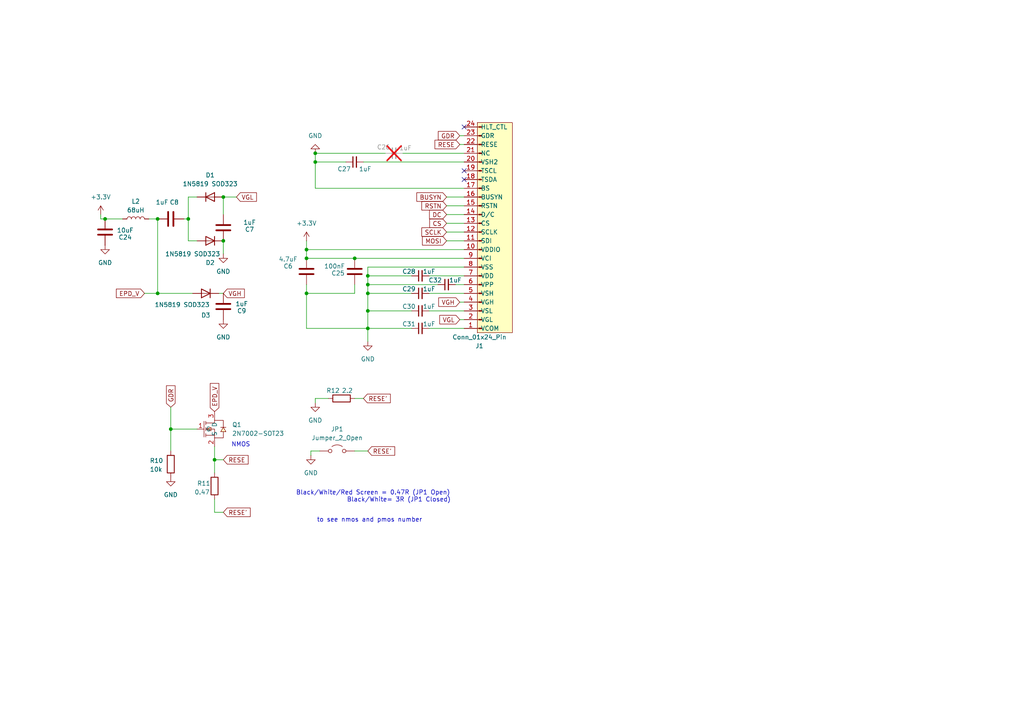
<source format=kicad_sch>
(kicad_sch
	(version 20250114)
	(generator "eeschema")
	(generator_version "9.0")
	(uuid "aa89ae9a-fb92-4fb9-aa93-721616cd6b39")
	(paper "A4")
	(lib_symbols
		(symbol "Connector:Conn_01x24_Pin"
			(pin_names
				(offset 1.016)
			)
			(exclude_from_sim no)
			(in_bom yes)
			(on_board yes)
			(property "Reference" "J1"
				(at 0.635 33.02 0)
				(effects
					(font
						(size 1.27 1.27)
					)
				)
			)
			(property "Value" "Conn_01x24_Pin"
				(at 0.635 30.48 0)
				(effects
					(font
						(size 1.27 1.27)
					)
				)
			)
			(property "Footprint" "Connector_FFC-FPC:Hirose_FH12-24S-0.5SH_1x24-1MP_P0.50mm_Horizontal"
				(at 3.81 40.386 0)
				(effects
					(font
						(size 1.27 1.27)
					)
					(hide yes)
				)
			)
			(property "Datasheet" "~"
				(at 0 0 0)
				(effects
					(font
						(size 1.27 1.27)
					)
					(hide yes)
				)
			)
			(property "Description" "Generic connector, single row, 01x24, script generated"
				(at -6.096 37.592 0)
				(effects
					(font
						(size 1.27 1.27)
					)
					(hide yes)
				)
			)
			(property "ki_keywords" "connector"
				(at 0 0 0)
				(effects
					(font
						(size 1.27 1.27)
					)
					(hide yes)
				)
			)
			(property "ki_fp_filters" "Connector*:*_1x??_*"
				(at 0 0 0)
				(effects
					(font
						(size 1.27 1.27)
					)
					(hide yes)
				)
			)
			(symbol "Conn_01x24_Pin_1_1"
				(rectangle
					(start -8.89 29.21)
					(end 1.27 -31.75)
					(stroke
						(width 0)
						(type default)
					)
					(fill
						(type background)
					)
				)
				(rectangle
					(start 0.8636 28.067)
					(end 0 27.813)
					(stroke
						(width 0.1524)
						(type default)
					)
					(fill
						(type outline)
					)
				)
				(rectangle
					(start 0.8636 25.527)
					(end 0 25.273)
					(stroke
						(width 0.1524)
						(type default)
					)
					(fill
						(type outline)
					)
				)
				(rectangle
					(start 0.8636 22.987)
					(end 0 22.733)
					(stroke
						(width 0.1524)
						(type default)
					)
					(fill
						(type outline)
					)
				)
				(rectangle
					(start 0.8636 20.447)
					(end 0 20.193)
					(stroke
						(width 0.1524)
						(type default)
					)
					(fill
						(type outline)
					)
				)
				(rectangle
					(start 0.8636 17.907)
					(end 0 17.653)
					(stroke
						(width 0.1524)
						(type default)
					)
					(fill
						(type outline)
					)
				)
				(rectangle
					(start 0.8636 15.367)
					(end 0 15.113)
					(stroke
						(width 0.1524)
						(type default)
					)
					(fill
						(type outline)
					)
				)
				(rectangle
					(start 0.8636 12.827)
					(end 0 12.573)
					(stroke
						(width 0.1524)
						(type default)
					)
					(fill
						(type outline)
					)
				)
				(rectangle
					(start 0.8636 10.287)
					(end 0 10.033)
					(stroke
						(width 0.1524)
						(type default)
					)
					(fill
						(type outline)
					)
				)
				(rectangle
					(start 0.8636 7.747)
					(end 0 7.493)
					(stroke
						(width 0.1524)
						(type default)
					)
					(fill
						(type outline)
					)
				)
				(rectangle
					(start 0.8636 5.207)
					(end 0 4.953)
					(stroke
						(width 0.1524)
						(type default)
					)
					(fill
						(type outline)
					)
				)
				(rectangle
					(start 0.8636 2.667)
					(end 0 2.413)
					(stroke
						(width 0.1524)
						(type default)
					)
					(fill
						(type outline)
					)
				)
				(rectangle
					(start 0.8636 0.127)
					(end 0 -0.127)
					(stroke
						(width 0.1524)
						(type default)
					)
					(fill
						(type outline)
					)
				)
				(rectangle
					(start 0.8636 -2.413)
					(end 0 -2.667)
					(stroke
						(width 0.1524)
						(type default)
					)
					(fill
						(type outline)
					)
				)
				(rectangle
					(start 0.8636 -4.953)
					(end 0 -5.207)
					(stroke
						(width 0.1524)
						(type default)
					)
					(fill
						(type outline)
					)
				)
				(rectangle
					(start 0.8636 -7.493)
					(end 0 -7.747)
					(stroke
						(width 0.1524)
						(type default)
					)
					(fill
						(type outline)
					)
				)
				(rectangle
					(start 0.8636 -10.033)
					(end 0 -10.287)
					(stroke
						(width 0.1524)
						(type default)
					)
					(fill
						(type outline)
					)
				)
				(rectangle
					(start 0.8636 -12.573)
					(end 0 -12.827)
					(stroke
						(width 0.1524)
						(type default)
					)
					(fill
						(type outline)
					)
				)
				(rectangle
					(start 0.8636 -15.113)
					(end 0 -15.367)
					(stroke
						(width 0.1524)
						(type default)
					)
					(fill
						(type outline)
					)
				)
				(rectangle
					(start 0.8636 -17.653)
					(end 0 -17.907)
					(stroke
						(width 0.1524)
						(type default)
					)
					(fill
						(type outline)
					)
				)
				(rectangle
					(start 0.8636 -20.193)
					(end 0 -20.447)
					(stroke
						(width 0.1524)
						(type default)
					)
					(fill
						(type outline)
					)
				)
				(rectangle
					(start 0.8636 -22.733)
					(end 0 -22.987)
					(stroke
						(width 0.1524)
						(type default)
					)
					(fill
						(type outline)
					)
				)
				(rectangle
					(start 0.8636 -25.273)
					(end 0 -25.527)
					(stroke
						(width 0.1524)
						(type default)
					)
					(fill
						(type outline)
					)
				)
				(rectangle
					(start 0.8636 -27.813)
					(end 0 -28.067)
					(stroke
						(width 0.1524)
						(type default)
					)
					(fill
						(type outline)
					)
				)
				(rectangle
					(start 0.8636 -30.353)
					(end 0 -30.607)
					(stroke
						(width 0.1524)
						(type default)
					)
					(fill
						(type outline)
					)
				)
				(polyline
					(pts
						(xy 1.27 27.94) (xy 0.8636 27.94)
					)
					(stroke
						(width 0.1524)
						(type default)
					)
					(fill
						(type none)
					)
				)
				(polyline
					(pts
						(xy 1.27 25.4) (xy 0.8636 25.4)
					)
					(stroke
						(width 0.1524)
						(type default)
					)
					(fill
						(type none)
					)
				)
				(polyline
					(pts
						(xy 1.27 22.86) (xy 0.8636 22.86)
					)
					(stroke
						(width 0.1524)
						(type default)
					)
					(fill
						(type none)
					)
				)
				(polyline
					(pts
						(xy 1.27 20.32) (xy 0.8636 20.32)
					)
					(stroke
						(width 0.1524)
						(type default)
					)
					(fill
						(type none)
					)
				)
				(polyline
					(pts
						(xy 1.27 17.78) (xy 0.8636 17.78)
					)
					(stroke
						(width 0.1524)
						(type default)
					)
					(fill
						(type none)
					)
				)
				(polyline
					(pts
						(xy 1.27 15.24) (xy 0.8636 15.24)
					)
					(stroke
						(width 0.1524)
						(type default)
					)
					(fill
						(type none)
					)
				)
				(polyline
					(pts
						(xy 1.27 12.7) (xy 0.8636 12.7)
					)
					(stroke
						(width 0.1524)
						(type default)
					)
					(fill
						(type none)
					)
				)
				(polyline
					(pts
						(xy 1.27 10.16) (xy 0.8636 10.16)
					)
					(stroke
						(width 0.1524)
						(type default)
					)
					(fill
						(type none)
					)
				)
				(polyline
					(pts
						(xy 1.27 7.62) (xy 0.8636 7.62)
					)
					(stroke
						(width 0.1524)
						(type default)
					)
					(fill
						(type none)
					)
				)
				(polyline
					(pts
						(xy 1.27 5.08) (xy 0.8636 5.08)
					)
					(stroke
						(width 0.1524)
						(type default)
					)
					(fill
						(type none)
					)
				)
				(polyline
					(pts
						(xy 1.27 2.54) (xy 0.8636 2.54)
					)
					(stroke
						(width 0.1524)
						(type default)
					)
					(fill
						(type none)
					)
				)
				(polyline
					(pts
						(xy 1.27 0) (xy 0.8636 0)
					)
					(stroke
						(width 0.1524)
						(type default)
					)
					(fill
						(type none)
					)
				)
				(polyline
					(pts
						(xy 1.27 -2.54) (xy 0.8636 -2.54)
					)
					(stroke
						(width 0.1524)
						(type default)
					)
					(fill
						(type none)
					)
				)
				(polyline
					(pts
						(xy 1.27 -5.08) (xy 0.8636 -5.08)
					)
					(stroke
						(width 0.1524)
						(type default)
					)
					(fill
						(type none)
					)
				)
				(polyline
					(pts
						(xy 1.27 -7.62) (xy 0.8636 -7.62)
					)
					(stroke
						(width 0.1524)
						(type default)
					)
					(fill
						(type none)
					)
				)
				(polyline
					(pts
						(xy 1.27 -10.16) (xy 0.8636 -10.16)
					)
					(stroke
						(width 0.1524)
						(type default)
					)
					(fill
						(type none)
					)
				)
				(polyline
					(pts
						(xy 1.27 -12.7) (xy 0.8636 -12.7)
					)
					(stroke
						(width 0.1524)
						(type default)
					)
					(fill
						(type none)
					)
				)
				(polyline
					(pts
						(xy 1.27 -15.24) (xy 0.8636 -15.24)
					)
					(stroke
						(width 0.1524)
						(type default)
					)
					(fill
						(type none)
					)
				)
				(polyline
					(pts
						(xy 1.27 -17.78) (xy 0.8636 -17.78)
					)
					(stroke
						(width 0.1524)
						(type default)
					)
					(fill
						(type none)
					)
				)
				(polyline
					(pts
						(xy 1.27 -20.32) (xy 0.8636 -20.32)
					)
					(stroke
						(width 0.1524)
						(type default)
					)
					(fill
						(type none)
					)
				)
				(polyline
					(pts
						(xy 1.27 -22.86) (xy 0.8636 -22.86)
					)
					(stroke
						(width 0.1524)
						(type default)
					)
					(fill
						(type none)
					)
				)
				(polyline
					(pts
						(xy 1.27 -25.4) (xy 0.8636 -25.4)
					)
					(stroke
						(width 0.1524)
						(type default)
					)
					(fill
						(type none)
					)
				)
				(polyline
					(pts
						(xy 1.27 -27.94) (xy 0.8636 -27.94)
					)
					(stroke
						(width 0.1524)
						(type default)
					)
					(fill
						(type none)
					)
				)
				(polyline
					(pts
						(xy 1.27 -30.48) (xy 0.8636 -30.48)
					)
					(stroke
						(width 0.1524)
						(type default)
					)
					(fill
						(type none)
					)
				)
				(pin passive line
					(at 5.08 27.94 180)
					(length 3.81)
					(name "VCOM"
						(effects
							(font
								(size 1.27 1.27)
							)
						)
					)
					(number "1"
						(effects
							(font
								(size 1.27 1.27)
							)
						)
					)
				)
				(pin passive line
					(at 5.08 25.4 180)
					(length 3.81)
					(name "VGL"
						(effects
							(font
								(size 1.27 1.27)
							)
						)
					)
					(number "2"
						(effects
							(font
								(size 1.27 1.27)
							)
						)
					)
				)
				(pin passive line
					(at 5.08 22.86 180)
					(length 3.81)
					(name "VSL"
						(effects
							(font
								(size 1.27 1.27)
							)
						)
					)
					(number "3"
						(effects
							(font
								(size 1.27 1.27)
							)
						)
					)
				)
				(pin passive line
					(at 5.08 20.32 180)
					(length 3.81)
					(name "VGH"
						(effects
							(font
								(size 1.27 1.27)
							)
						)
					)
					(number "4"
						(effects
							(font
								(size 1.27 1.27)
							)
						)
					)
				)
				(pin passive line
					(at 5.08 17.78 180)
					(length 3.81)
					(name "VSH"
						(effects
							(font
								(size 1.27 1.27)
							)
						)
					)
					(number "5"
						(effects
							(font
								(size 1.27 1.27)
							)
						)
					)
				)
				(pin passive line
					(at 5.08 15.24 180)
					(length 3.81)
					(name "VPP"
						(effects
							(font
								(size 1.27 1.27)
							)
						)
					)
					(number "6"
						(effects
							(font
								(size 1.27 1.27)
							)
						)
					)
				)
				(pin passive line
					(at 5.08 12.7 180)
					(length 3.81)
					(name "VDD"
						(effects
							(font
								(size 1.27 1.27)
							)
						)
					)
					(number "7"
						(effects
							(font
								(size 1.27 1.27)
							)
						)
					)
				)
				(pin passive line
					(at 5.08 10.16 180)
					(length 3.81)
					(name "VSS"
						(effects
							(font
								(size 1.27 1.27)
							)
						)
					)
					(number "8"
						(effects
							(font
								(size 1.27 1.27)
							)
						)
					)
				)
				(pin passive line
					(at 5.08 7.62 180)
					(length 3.81)
					(name "VCI"
						(effects
							(font
								(size 1.27 1.27)
							)
						)
					)
					(number "9"
						(effects
							(font
								(size 1.27 1.27)
							)
						)
					)
				)
				(pin passive line
					(at 5.08 5.08 180)
					(length 3.81)
					(name "VDDIO"
						(effects
							(font
								(size 1.27 1.27)
							)
						)
					)
					(number "10"
						(effects
							(font
								(size 1.27 1.27)
							)
						)
					)
				)
				(pin passive line
					(at 5.08 2.54 180)
					(length 3.81)
					(name "SDI"
						(effects
							(font
								(size 1.27 1.27)
							)
						)
					)
					(number "11"
						(effects
							(font
								(size 1.27 1.27)
							)
						)
					)
				)
				(pin passive line
					(at 5.08 0 180)
					(length 3.81)
					(name "SCLK"
						(effects
							(font
								(size 1.27 1.27)
							)
						)
					)
					(number "12"
						(effects
							(font
								(size 1.27 1.27)
							)
						)
					)
				)
				(pin passive line
					(at 5.08 -2.54 180)
					(length 3.81)
					(name "CS"
						(effects
							(font
								(size 1.27 1.27)
							)
						)
					)
					(number "13"
						(effects
							(font
								(size 1.27 1.27)
							)
						)
					)
				)
				(pin passive line
					(at 5.08 -5.08 180)
					(length 3.81)
					(name "D/C"
						(effects
							(font
								(size 1.27 1.27)
							)
						)
					)
					(number "14"
						(effects
							(font
								(size 1.27 1.27)
							)
						)
					)
				)
				(pin passive line
					(at 5.08 -7.62 180)
					(length 3.81)
					(name "RSTN"
						(effects
							(font
								(size 1.27 1.27)
							)
						)
					)
					(number "15"
						(effects
							(font
								(size 1.27 1.27)
							)
						)
					)
				)
				(pin passive line
					(at 5.08 -10.16 180)
					(length 3.81)
					(name "BUSYN"
						(effects
							(font
								(size 1.27 1.27)
							)
						)
					)
					(number "16"
						(effects
							(font
								(size 1.27 1.27)
							)
						)
					)
				)
				(pin passive line
					(at 5.08 -12.7 180)
					(length 3.81)
					(name "BS"
						(effects
							(font
								(size 1.27 1.27)
							)
						)
					)
					(number "17"
						(effects
							(font
								(size 1.27 1.27)
							)
						)
					)
				)
				(pin passive line
					(at 5.08 -15.24 180)
					(length 3.81)
					(name "TSDA"
						(effects
							(font
								(size 1.27 1.27)
							)
						)
					)
					(number "18"
						(effects
							(font
								(size 1.27 1.27)
							)
						)
					)
				)
				(pin passive line
					(at 5.08 -17.78 180)
					(length 3.81)
					(name "TSCL"
						(effects
							(font
								(size 1.27 1.27)
							)
						)
					)
					(number "19"
						(effects
							(font
								(size 1.27 1.27)
							)
						)
					)
				)
				(pin passive line
					(at 5.08 -20.32 180)
					(length 3.81)
					(name "VSH2"
						(effects
							(font
								(size 1.27 1.27)
							)
						)
					)
					(number "20"
						(effects
							(font
								(size 1.27 1.27)
							)
						)
					)
				)
				(pin passive line
					(at 5.08 -22.86 180)
					(length 3.81)
					(name "NC"
						(effects
							(font
								(size 1.27 1.27)
							)
						)
					)
					(number "21"
						(effects
							(font
								(size 1.27 1.27)
							)
						)
					)
				)
				(pin passive line
					(at 5.08 -25.4 180)
					(length 3.81)
					(name "RESE"
						(effects
							(font
								(size 1.27 1.27)
							)
						)
					)
					(number "22"
						(effects
							(font
								(size 1.27 1.27)
							)
						)
					)
				)
				(pin passive line
					(at 5.08 -27.94 180)
					(length 3.81)
					(name "GDR"
						(effects
							(font
								(size 1.27 1.27)
							)
						)
					)
					(number "23"
						(effects
							(font
								(size 1.27 1.27)
							)
						)
					)
				)
				(pin passive line
					(at 5.08 -30.48 180)
					(length 3.81)
					(name "HLT_CTL"
						(effects
							(font
								(size 1.27 1.27)
							)
						)
					)
					(number "24"
						(effects
							(font
								(size 1.27 1.27)
							)
						)
					)
				)
			)
			(embedded_fonts no)
		)
		(symbol "Device:C"
			(pin_numbers
				(hide yes)
			)
			(pin_names
				(offset 0.254)
			)
			(exclude_from_sim no)
			(in_bom yes)
			(on_board yes)
			(property "Reference" "C"
				(at 0.635 2.54 0)
				(effects
					(font
						(size 1.27 1.27)
					)
					(justify left)
				)
			)
			(property "Value" "C"
				(at 0.635 -2.54 0)
				(effects
					(font
						(size 1.27 1.27)
					)
					(justify left)
				)
			)
			(property "Footprint" ""
				(at 0.9652 -3.81 0)
				(effects
					(font
						(size 1.27 1.27)
					)
					(hide yes)
				)
			)
			(property "Datasheet" "~"
				(at 0 0 0)
				(effects
					(font
						(size 1.27 1.27)
					)
					(hide yes)
				)
			)
			(property "Description" "Unpolarized capacitor"
				(at 0 0 0)
				(effects
					(font
						(size 1.27 1.27)
					)
					(hide yes)
				)
			)
			(property "ki_keywords" "cap capacitor"
				(at 0 0 0)
				(effects
					(font
						(size 1.27 1.27)
					)
					(hide yes)
				)
			)
			(property "ki_fp_filters" "C_*"
				(at 0 0 0)
				(effects
					(font
						(size 1.27 1.27)
					)
					(hide yes)
				)
			)
			(symbol "C_0_1"
				(polyline
					(pts
						(xy -2.032 0.762) (xy 2.032 0.762)
					)
					(stroke
						(width 0.508)
						(type default)
					)
					(fill
						(type none)
					)
				)
				(polyline
					(pts
						(xy -2.032 -0.762) (xy 2.032 -0.762)
					)
					(stroke
						(width 0.508)
						(type default)
					)
					(fill
						(type none)
					)
				)
			)
			(symbol "C_1_1"
				(pin passive line
					(at 0 3.81 270)
					(length 2.794)
					(name "~"
						(effects
							(font
								(size 1.27 1.27)
							)
						)
					)
					(number "1"
						(effects
							(font
								(size 1.27 1.27)
							)
						)
					)
				)
				(pin passive line
					(at 0 -3.81 90)
					(length 2.794)
					(name "~"
						(effects
							(font
								(size 1.27 1.27)
							)
						)
					)
					(number "2"
						(effects
							(font
								(size 1.27 1.27)
							)
						)
					)
				)
			)
			(embedded_fonts no)
		)
		(symbol "Device:C_Small"
			(pin_numbers
				(hide yes)
			)
			(pin_names
				(offset 0.254)
				(hide yes)
			)
			(exclude_from_sim no)
			(in_bom yes)
			(on_board yes)
			(property "Reference" "C"
				(at 0.254 1.778 0)
				(effects
					(font
						(size 1.27 1.27)
					)
					(justify left)
				)
			)
			(property "Value" "C_Small"
				(at 0.254 -2.032 0)
				(effects
					(font
						(size 1.27 1.27)
					)
					(justify left)
				)
			)
			(property "Footprint" ""
				(at 0 0 0)
				(effects
					(font
						(size 1.27 1.27)
					)
					(hide yes)
				)
			)
			(property "Datasheet" "~"
				(at 0 0 0)
				(effects
					(font
						(size 1.27 1.27)
					)
					(hide yes)
				)
			)
			(property "Description" "Unpolarized capacitor, small symbol"
				(at 0 0 0)
				(effects
					(font
						(size 1.27 1.27)
					)
					(hide yes)
				)
			)
			(property "ki_keywords" "capacitor cap"
				(at 0 0 0)
				(effects
					(font
						(size 1.27 1.27)
					)
					(hide yes)
				)
			)
			(property "ki_fp_filters" "C_*"
				(at 0 0 0)
				(effects
					(font
						(size 1.27 1.27)
					)
					(hide yes)
				)
			)
			(symbol "C_Small_0_1"
				(polyline
					(pts
						(xy -1.524 0.508) (xy 1.524 0.508)
					)
					(stroke
						(width 0.3048)
						(type default)
					)
					(fill
						(type none)
					)
				)
				(polyline
					(pts
						(xy -1.524 -0.508) (xy 1.524 -0.508)
					)
					(stroke
						(width 0.3302)
						(type default)
					)
					(fill
						(type none)
					)
				)
			)
			(symbol "C_Small_1_1"
				(pin passive line
					(at 0 2.54 270)
					(length 2.032)
					(name "~"
						(effects
							(font
								(size 1.27 1.27)
							)
						)
					)
					(number "1"
						(effects
							(font
								(size 1.27 1.27)
							)
						)
					)
				)
				(pin passive line
					(at 0 -2.54 90)
					(length 2.032)
					(name "~"
						(effects
							(font
								(size 1.27 1.27)
							)
						)
					)
					(number "2"
						(effects
							(font
								(size 1.27 1.27)
							)
						)
					)
				)
			)
			(embedded_fonts no)
		)
		(symbol "Device:D"
			(pin_numbers
				(hide yes)
			)
			(pin_names
				(offset 1.016)
				(hide yes)
			)
			(exclude_from_sim no)
			(in_bom yes)
			(on_board yes)
			(property "Reference" "D"
				(at 0 2.54 0)
				(effects
					(font
						(size 1.27 1.27)
					)
				)
			)
			(property "Value" "D"
				(at 0 -2.54 0)
				(effects
					(font
						(size 1.27 1.27)
					)
				)
			)
			(property "Footprint" ""
				(at 0 0 0)
				(effects
					(font
						(size 1.27 1.27)
					)
					(hide yes)
				)
			)
			(property "Datasheet" "~"
				(at 0 0 0)
				(effects
					(font
						(size 1.27 1.27)
					)
					(hide yes)
				)
			)
			(property "Description" "Diode"
				(at 0 0 0)
				(effects
					(font
						(size 1.27 1.27)
					)
					(hide yes)
				)
			)
			(property "Sim.Device" "D"
				(at 0 0 0)
				(effects
					(font
						(size 1.27 1.27)
					)
					(hide yes)
				)
			)
			(property "Sim.Pins" "1=K 2=A"
				(at 0 0 0)
				(effects
					(font
						(size 1.27 1.27)
					)
					(hide yes)
				)
			)
			(property "ki_keywords" "diode"
				(at 0 0 0)
				(effects
					(font
						(size 1.27 1.27)
					)
					(hide yes)
				)
			)
			(property "ki_fp_filters" "TO-???* *_Diode_* *SingleDiode* D_*"
				(at 0 0 0)
				(effects
					(font
						(size 1.27 1.27)
					)
					(hide yes)
				)
			)
			(symbol "D_0_1"
				(polyline
					(pts
						(xy -1.27 1.27) (xy -1.27 -1.27)
					)
					(stroke
						(width 0.254)
						(type default)
					)
					(fill
						(type none)
					)
				)
				(polyline
					(pts
						(xy 1.27 1.27) (xy 1.27 -1.27) (xy -1.27 0) (xy 1.27 1.27)
					)
					(stroke
						(width 0.254)
						(type default)
					)
					(fill
						(type none)
					)
				)
				(polyline
					(pts
						(xy 1.27 0) (xy -1.27 0)
					)
					(stroke
						(width 0)
						(type default)
					)
					(fill
						(type none)
					)
				)
			)
			(symbol "D_1_1"
				(pin passive line
					(at -3.81 0 0)
					(length 2.54)
					(name "K"
						(effects
							(font
								(size 1.27 1.27)
							)
						)
					)
					(number "1"
						(effects
							(font
								(size 1.27 1.27)
							)
						)
					)
				)
				(pin passive line
					(at 3.81 0 180)
					(length 2.54)
					(name "A"
						(effects
							(font
								(size 1.27 1.27)
							)
						)
					)
					(number "2"
						(effects
							(font
								(size 1.27 1.27)
							)
						)
					)
				)
			)
			(embedded_fonts no)
		)
		(symbol "Device:L"
			(pin_numbers
				(hide yes)
			)
			(pin_names
				(offset 1.016)
				(hide yes)
			)
			(exclude_from_sim no)
			(in_bom yes)
			(on_board yes)
			(property "Reference" "L"
				(at -1.27 0 90)
				(effects
					(font
						(size 1.27 1.27)
					)
				)
			)
			(property "Value" "L"
				(at 1.905 0 90)
				(effects
					(font
						(size 1.27 1.27)
					)
				)
			)
			(property "Footprint" ""
				(at 0 0 0)
				(effects
					(font
						(size 1.27 1.27)
					)
					(hide yes)
				)
			)
			(property "Datasheet" "~"
				(at 0 0 0)
				(effects
					(font
						(size 1.27 1.27)
					)
					(hide yes)
				)
			)
			(property "Description" "Inductor"
				(at 0 0 0)
				(effects
					(font
						(size 1.27 1.27)
					)
					(hide yes)
				)
			)
			(property "ki_keywords" "inductor choke coil reactor magnetic"
				(at 0 0 0)
				(effects
					(font
						(size 1.27 1.27)
					)
					(hide yes)
				)
			)
			(property "ki_fp_filters" "Choke_* *Coil* Inductor_* L_*"
				(at 0 0 0)
				(effects
					(font
						(size 1.27 1.27)
					)
					(hide yes)
				)
			)
			(symbol "L_0_1"
				(arc
					(start 0 2.54)
					(mid 0.6323 1.905)
					(end 0 1.27)
					(stroke
						(width 0)
						(type default)
					)
					(fill
						(type none)
					)
				)
				(arc
					(start 0 1.27)
					(mid 0.6323 0.635)
					(end 0 0)
					(stroke
						(width 0)
						(type default)
					)
					(fill
						(type none)
					)
				)
				(arc
					(start 0 0)
					(mid 0.6323 -0.635)
					(end 0 -1.27)
					(stroke
						(width 0)
						(type default)
					)
					(fill
						(type none)
					)
				)
				(arc
					(start 0 -1.27)
					(mid 0.6323 -1.905)
					(end 0 -2.54)
					(stroke
						(width 0)
						(type default)
					)
					(fill
						(type none)
					)
				)
			)
			(symbol "L_1_1"
				(pin passive line
					(at 0 3.81 270)
					(length 1.27)
					(name "1"
						(effects
							(font
								(size 1.27 1.27)
							)
						)
					)
					(number "1"
						(effects
							(font
								(size 1.27 1.27)
							)
						)
					)
				)
				(pin passive line
					(at 0 -3.81 90)
					(length 1.27)
					(name "2"
						(effects
							(font
								(size 1.27 1.27)
							)
						)
					)
					(number "2"
						(effects
							(font
								(size 1.27 1.27)
							)
						)
					)
				)
			)
			(embedded_fonts no)
		)
		(symbol "Device:R"
			(pin_numbers
				(hide yes)
			)
			(pin_names
				(offset 0)
			)
			(exclude_from_sim no)
			(in_bom yes)
			(on_board yes)
			(property "Reference" "R"
				(at 2.032 0 90)
				(effects
					(font
						(size 1.27 1.27)
					)
				)
			)
			(property "Value" "R"
				(at 0 0 90)
				(effects
					(font
						(size 1.27 1.27)
					)
				)
			)
			(property "Footprint" ""
				(at -1.778 0 90)
				(effects
					(font
						(size 1.27 1.27)
					)
					(hide yes)
				)
			)
			(property "Datasheet" "~"
				(at 0 0 0)
				(effects
					(font
						(size 1.27 1.27)
					)
					(hide yes)
				)
			)
			(property "Description" "Resistor"
				(at 0 0 0)
				(effects
					(font
						(size 1.27 1.27)
					)
					(hide yes)
				)
			)
			(property "ki_keywords" "R res resistor"
				(at 0 0 0)
				(effects
					(font
						(size 1.27 1.27)
					)
					(hide yes)
				)
			)
			(property "ki_fp_filters" "R_*"
				(at 0 0 0)
				(effects
					(font
						(size 1.27 1.27)
					)
					(hide yes)
				)
			)
			(symbol "R_0_1"
				(rectangle
					(start -1.016 -2.54)
					(end 1.016 2.54)
					(stroke
						(width 0.254)
						(type default)
					)
					(fill
						(type none)
					)
				)
			)
			(symbol "R_1_1"
				(pin passive line
					(at 0 3.81 270)
					(length 1.27)
					(name "~"
						(effects
							(font
								(size 1.27 1.27)
							)
						)
					)
					(number "1"
						(effects
							(font
								(size 1.27 1.27)
							)
						)
					)
				)
				(pin passive line
					(at 0 -3.81 90)
					(length 1.27)
					(name "~"
						(effects
							(font
								(size 1.27 1.27)
							)
						)
					)
					(number "2"
						(effects
							(font
								(size 1.27 1.27)
							)
						)
					)
				)
			)
			(embedded_fonts no)
		)
		(symbol "Jumper:Jumper_2_Open"
			(pin_numbers
				(hide yes)
			)
			(pin_names
				(offset 0)
				(hide yes)
			)
			(exclude_from_sim yes)
			(in_bom yes)
			(on_board yes)
			(property "Reference" "JP"
				(at 0 2.794 0)
				(effects
					(font
						(size 1.27 1.27)
					)
				)
			)
			(property "Value" "Jumper_2_Open"
				(at 0 -2.286 0)
				(effects
					(font
						(size 1.27 1.27)
					)
				)
			)
			(property "Footprint" ""
				(at 0 0 0)
				(effects
					(font
						(size 1.27 1.27)
					)
					(hide yes)
				)
			)
			(property "Datasheet" "~"
				(at 0 0 0)
				(effects
					(font
						(size 1.27 1.27)
					)
					(hide yes)
				)
			)
			(property "Description" "Jumper, 2-pole, open"
				(at 0 0 0)
				(effects
					(font
						(size 1.27 1.27)
					)
					(hide yes)
				)
			)
			(property "ki_keywords" "Jumper SPST"
				(at 0 0 0)
				(effects
					(font
						(size 1.27 1.27)
					)
					(hide yes)
				)
			)
			(property "ki_fp_filters" "Jumper* TestPoint*2Pads* TestPoint*Bridge*"
				(at 0 0 0)
				(effects
					(font
						(size 1.27 1.27)
					)
					(hide yes)
				)
			)
			(symbol "Jumper_2_Open_0_0"
				(circle
					(center -2.032 0)
					(radius 0.508)
					(stroke
						(width 0)
						(type default)
					)
					(fill
						(type none)
					)
				)
				(circle
					(center 2.032 0)
					(radius 0.508)
					(stroke
						(width 0)
						(type default)
					)
					(fill
						(type none)
					)
				)
			)
			(symbol "Jumper_2_Open_0_1"
				(arc
					(start -1.524 1.27)
					(mid 0 1.778)
					(end 1.524 1.27)
					(stroke
						(width 0)
						(type default)
					)
					(fill
						(type none)
					)
				)
			)
			(symbol "Jumper_2_Open_1_1"
				(pin passive line
					(at -5.08 0 0)
					(length 2.54)
					(name "A"
						(effects
							(font
								(size 1.27 1.27)
							)
						)
					)
					(number "1"
						(effects
							(font
								(size 1.27 1.27)
							)
						)
					)
				)
				(pin passive line
					(at 5.08 0 180)
					(length 2.54)
					(name "B"
						(effects
							(font
								(size 1.27 1.27)
							)
						)
					)
					(number "2"
						(effects
							(font
								(size 1.27 1.27)
							)
						)
					)
				)
			)
			(embedded_fonts no)
		)
		(symbol "easyeda2kicad:2N7002-SOT23"
			(exclude_from_sim no)
			(in_bom yes)
			(on_board yes)
			(property "Reference" "Q"
				(at 0 10.16 0)
				(effects
					(font
						(size 1.27 1.27)
					)
				)
			)
			(property "Value" "2N7002-SOT23"
				(at 0 -10.16 0)
				(effects
					(font
						(size 1.27 1.27)
					)
				)
			)
			(property "Footprint" "easyeda2kicad:SOT-23_L2.9-W1.3-P1.90-LS2.4-BR"
				(at 0 -12.7 0)
				(effects
					(font
						(size 1.27 1.27)
					)
					(hide yes)
				)
			)
			(property "Datasheet" "https://lcsc.com/product-detail/MOSFET_PUOLOP-2N7002-SOT23_C332103.html"
				(at 0 -15.24 0)
				(effects
					(font
						(size 1.27 1.27)
					)
					(hide yes)
				)
			)
			(property "Description" ""
				(at 0 0 0)
				(effects
					(font
						(size 1.27 1.27)
					)
					(hide yes)
				)
			)
			(property "LCSC Part" "C332103"
				(at 0 -17.78 0)
				(effects
					(font
						(size 1.27 1.27)
					)
					(hide yes)
				)
			)
			(symbol "2N7002-SOT23_0_1"
				(polyline
					(pts
						(xy -3.05 2.29) (xy -3.05 -2.29)
					)
					(stroke
						(width 0)
						(type default)
					)
					(fill
						(type none)
					)
				)
				(polyline
					(pts
						(xy -2.54 2.29) (xy -2.54 1.27)
					)
					(stroke
						(width 0)
						(type default)
					)
					(fill
						(type none)
					)
				)
				(polyline
					(pts
						(xy -2.54 1.78) (xy 0 1.78) (xy 0 2.54) (xy 2.54 2.54) (xy 2.54 0.51)
					)
					(stroke
						(width 0)
						(type default)
					)
					(fill
						(type none)
					)
				)
				(polyline
					(pts
						(xy -2.54 0) (xy -1.02 -0.51) (xy -1.02 0.51) (xy -2.54 0)
					)
					(stroke
						(width 0)
						(type default)
					)
					(fill
						(type background)
					)
				)
				(polyline
					(pts
						(xy -2.54 0) (xy 0 0) (xy 0 -2.54) (xy 2.54 -2.54) (xy 2.54 -0.76)
					)
					(stroke
						(width 0)
						(type default)
					)
					(fill
						(type none)
					)
				)
				(polyline
					(pts
						(xy -2.54 -0.51) (xy -2.54 0.51)
					)
					(stroke
						(width 0)
						(type default)
					)
					(fill
						(type none)
					)
				)
				(polyline
					(pts
						(xy -2.54 -2.29) (xy -2.54 -1.27)
					)
					(stroke
						(width 0)
						(type default)
					)
					(fill
						(type none)
					)
				)
				(polyline
					(pts
						(xy 0 -1.78) (xy -2.54 -1.78)
					)
					(stroke
						(width 0)
						(type default)
					)
					(fill
						(type none)
					)
				)
				(polyline
					(pts
						(xy 2.54 0.51) (xy 1.78 -0.76) (xy 3.3 -0.76) (xy 2.54 0.51)
					)
					(stroke
						(width 0)
						(type default)
					)
					(fill
						(type background)
					)
				)
				(polyline
					(pts
						(xy 3.3 0.51) (xy 3.05 0.51) (xy 2.03 0.51) (xy 1.78 0.51)
					)
					(stroke
						(width 0)
						(type default)
					)
					(fill
						(type none)
					)
				)
				(pin unspecified line
					(at -5.08 0 0)
					(length 2.032)
					(name "G"
						(effects
							(font
								(size 1.27 1.27)
							)
						)
					)
					(number "1"
						(effects
							(font
								(size 1.27 1.27)
							)
						)
					)
				)
				(pin unspecified line
					(at 0 5.08 270)
					(length 2.54)
					(name "D"
						(effects
							(font
								(size 1.27 1.27)
							)
						)
					)
					(number "3"
						(effects
							(font
								(size 1.27 1.27)
							)
						)
					)
				)
				(pin unspecified line
					(at 0 -5.08 90)
					(length 2.54)
					(name "S"
						(effects
							(font
								(size 1.27 1.27)
							)
						)
					)
					(number "2"
						(effects
							(font
								(size 1.27 1.27)
							)
						)
					)
				)
			)
			(embedded_fonts no)
		)
		(symbol "power:+3.3V"
			(power)
			(pin_numbers
				(hide yes)
			)
			(pin_names
				(offset 0)
				(hide yes)
			)
			(exclude_from_sim no)
			(in_bom yes)
			(on_board yes)
			(property "Reference" "#PWR"
				(at 0 -3.81 0)
				(effects
					(font
						(size 1.27 1.27)
					)
					(hide yes)
				)
			)
			(property "Value" "+3.3V"
				(at 0 3.556 0)
				(effects
					(font
						(size 1.27 1.27)
					)
				)
			)
			(property "Footprint" ""
				(at 0 0 0)
				(effects
					(font
						(size 1.27 1.27)
					)
					(hide yes)
				)
			)
			(property "Datasheet" ""
				(at 0 0 0)
				(effects
					(font
						(size 1.27 1.27)
					)
					(hide yes)
				)
			)
			(property "Description" "Power symbol creates a global label with name \"+3.3V\""
				(at 0 0 0)
				(effects
					(font
						(size 1.27 1.27)
					)
					(hide yes)
				)
			)
			(property "ki_keywords" "global power"
				(at 0 0 0)
				(effects
					(font
						(size 1.27 1.27)
					)
					(hide yes)
				)
			)
			(symbol "+3.3V_0_1"
				(polyline
					(pts
						(xy -0.762 1.27) (xy 0 2.54)
					)
					(stroke
						(width 0)
						(type default)
					)
					(fill
						(type none)
					)
				)
				(polyline
					(pts
						(xy 0 2.54) (xy 0.762 1.27)
					)
					(stroke
						(width 0)
						(type default)
					)
					(fill
						(type none)
					)
				)
				(polyline
					(pts
						(xy 0 0) (xy 0 2.54)
					)
					(stroke
						(width 0)
						(type default)
					)
					(fill
						(type none)
					)
				)
			)
			(symbol "+3.3V_1_1"
				(pin power_in line
					(at 0 0 90)
					(length 0)
					(name "~"
						(effects
							(font
								(size 1.27 1.27)
							)
						)
					)
					(number "1"
						(effects
							(font
								(size 1.27 1.27)
							)
						)
					)
				)
			)
			(embedded_fonts no)
		)
		(symbol "power:GND"
			(power)
			(pin_numbers
				(hide yes)
			)
			(pin_names
				(offset 0)
				(hide yes)
			)
			(exclude_from_sim no)
			(in_bom yes)
			(on_board yes)
			(property "Reference" "#PWR"
				(at 0 -6.35 0)
				(effects
					(font
						(size 1.27 1.27)
					)
					(hide yes)
				)
			)
			(property "Value" "GND"
				(at 0 -3.81 0)
				(effects
					(font
						(size 1.27 1.27)
					)
				)
			)
			(property "Footprint" ""
				(at 0 0 0)
				(effects
					(font
						(size 1.27 1.27)
					)
					(hide yes)
				)
			)
			(property "Datasheet" ""
				(at 0 0 0)
				(effects
					(font
						(size 1.27 1.27)
					)
					(hide yes)
				)
			)
			(property "Description" "Power symbol creates a global label with name \"GND\" , ground"
				(at 0 0 0)
				(effects
					(font
						(size 1.27 1.27)
					)
					(hide yes)
				)
			)
			(property "ki_keywords" "global power"
				(at 0 0 0)
				(effects
					(font
						(size 1.27 1.27)
					)
					(hide yes)
				)
			)
			(symbol "GND_0_1"
				(polyline
					(pts
						(xy 0 0) (xy 0 -1.27) (xy 1.27 -1.27) (xy 0 -2.54) (xy -1.27 -1.27) (xy 0 -1.27)
					)
					(stroke
						(width 0)
						(type default)
					)
					(fill
						(type none)
					)
				)
			)
			(symbol "GND_1_1"
				(pin power_in line
					(at 0 0 270)
					(length 0)
					(name "~"
						(effects
							(font
								(size 1.27 1.27)
							)
						)
					)
					(number "1"
						(effects
							(font
								(size 1.27 1.27)
							)
						)
					)
				)
			)
			(embedded_fonts no)
		)
	)
	(text "to see nmos and pmos number"
		(exclude_from_sim no)
		(at 107.188 150.876 0)
		(effects
			(font
				(size 1.27 1.27)
			)
		)
		(uuid "46209609-d412-42e4-bf99-ea6c874a5503")
	)
	(text "NMOS\n"
		(exclude_from_sim no)
		(at 69.85 129.032 0)
		(effects
			(font
				(size 1.27 1.27)
			)
		)
		(uuid "6cdbf409-589d-4f34-ab1d-d026d1bc969f")
	)
	(text "Black/White/Red Screen = 0.47R (JP1 Open)\n			Black/White= 3R (JP1 Closed)\n"
		(exclude_from_sim no)
		(at 108.204 144.018 0)
		(effects
			(font
				(size 1.27 1.27)
			)
		)
		(uuid "874867d9-b87a-4999-93b3-b5c2b4e8518a")
	)
	(junction
		(at 91.44 44.45)
		(diameter 0)
		(color 0 0 0 0)
		(uuid "05b5ec95-6e57-4ddc-b63d-8eb5679a1956")
	)
	(junction
		(at 64.77 57.15)
		(diameter 0)
		(color 0 0 0 0)
		(uuid "22d44124-ad33-4710-9a5c-9b17c845f71b")
	)
	(junction
		(at 106.68 85.09)
		(diameter 0)
		(color 0 0 0 0)
		(uuid "2613e29f-f81e-4034-996e-32749e0cf252")
	)
	(junction
		(at 45.72 85.09)
		(diameter 0)
		(color 0 0 0 0)
		(uuid "2c7f1169-ca82-410b-bd1d-254e4acffb53")
	)
	(junction
		(at 106.68 82.55)
		(diameter 0)
		(color 0 0 0 0)
		(uuid "2fd1f6d3-fdab-4710-8eb4-8d004f8f2209")
	)
	(junction
		(at 106.68 90.17)
		(diameter 0)
		(color 0 0 0 0)
		(uuid "36ad8b9c-4342-433c-b79d-635718dc47ba")
	)
	(junction
		(at 88.9 72.39)
		(diameter 0)
		(color 0 0 0 0)
		(uuid "4a37eb36-d7d8-4a70-ac63-658542b3da89")
	)
	(junction
		(at 88.9 85.09)
		(diameter 0)
		(color 0 0 0 0)
		(uuid "597fe9f3-1ec9-4a72-a218-17a6d6d85d4f")
	)
	(junction
		(at 106.68 95.25)
		(diameter 0)
		(color 0 0 0 0)
		(uuid "69345ea8-86fa-4888-9796-3c15512794a7")
	)
	(junction
		(at 54.61 63.5)
		(diameter 0)
		(color 0 0 0 0)
		(uuid "7bb77420-36e8-46bf-bcc1-ecfc329ca647")
	)
	(junction
		(at 91.44 46.99)
		(diameter 0)
		(color 0 0 0 0)
		(uuid "7eceab06-7373-44fe-b5c8-561a5b74c203")
	)
	(junction
		(at 62.23 133.35)
		(diameter 0)
		(color 0 0 0 0)
		(uuid "89385cf3-58b6-4e99-b3ec-9fbcbb194e58")
	)
	(junction
		(at 88.9 74.93)
		(diameter 0)
		(color 0 0 0 0)
		(uuid "94c559b8-e87b-49ef-9883-ac8077d64088")
	)
	(junction
		(at 49.53 124.46)
		(diameter 0)
		(color 0 0 0 0)
		(uuid "a369b09d-3fae-4dc1-a618-f79a95905938")
	)
	(junction
		(at 45.72 63.5)
		(diameter 0)
		(color 0 0 0 0)
		(uuid "a49ba446-204e-4ffb-9dd0-8d7143722ff3")
	)
	(junction
		(at 106.68 80.01)
		(diameter 0)
		(color 0 0 0 0)
		(uuid "a7812b82-0dfd-4beb-a5fb-813193ed808a")
	)
	(junction
		(at 30.48 63.5)
		(diameter 0)
		(color 0 0 0 0)
		(uuid "aa7587f4-4716-45ef-afde-7d075785826d")
	)
	(junction
		(at 64.77 69.85)
		(diameter 0)
		(color 0 0 0 0)
		(uuid "b504820d-c645-4b77-abf8-6b0997eb97b3")
	)
	(junction
		(at 102.87 74.93)
		(diameter 0)
		(color 0 0 0 0)
		(uuid "cdb845ab-d6de-4661-87e8-70c9eb4b18b8")
	)
	(no_connect
		(at 134.62 52.07)
		(uuid "1cb27c7e-f2a4-4c4b-8824-ede12280e1f6")
	)
	(no_connect
		(at 134.62 49.53)
		(uuid "61792aed-d991-4b55-9c03-c48f21ab802b")
	)
	(no_connect
		(at 134.62 36.83)
		(uuid "a40e9143-59ad-4794-bb30-fa5cbe480124")
	)
	(wire
		(pts
			(xy 88.9 74.93) (xy 88.9 72.39)
		)
		(stroke
			(width 0)
			(type default)
		)
		(uuid "030ac467-9da4-424e-a5b2-4e36bfa66a3c")
	)
	(wire
		(pts
			(xy 68.58 57.15) (xy 64.77 57.15)
		)
		(stroke
			(width 0)
			(type default)
		)
		(uuid "04a05860-aa3e-4c8f-aab5-8ea5bb9c712e")
	)
	(wire
		(pts
			(xy 49.53 130.81) (xy 49.53 124.46)
		)
		(stroke
			(width 0)
			(type default)
		)
		(uuid "08092b64-39b6-4ca2-80bf-0e8e4862813f")
	)
	(wire
		(pts
			(xy 88.9 85.09) (xy 102.87 85.09)
		)
		(stroke
			(width 0)
			(type default)
		)
		(uuid "16618581-f988-4de9-a336-48ffcebc6cd2")
	)
	(wire
		(pts
			(xy 64.77 148.59) (xy 62.23 148.59)
		)
		(stroke
			(width 0)
			(type default)
		)
		(uuid "1925191a-436c-458e-bad4-c8612cbfa1f5")
	)
	(wire
		(pts
			(xy 106.68 82.55) (xy 106.68 85.09)
		)
		(stroke
			(width 0)
			(type default)
		)
		(uuid "1a2f40b3-7f76-4a8c-a3de-cbcbd85d8162")
	)
	(wire
		(pts
			(xy 45.72 63.5) (xy 43.18 63.5)
		)
		(stroke
			(width 0)
			(type default)
		)
		(uuid "1f087772-e4f1-4dc5-b7b6-7b86150b0194")
	)
	(wire
		(pts
			(xy 88.9 95.25) (xy 106.68 95.25)
		)
		(stroke
			(width 0)
			(type default)
		)
		(uuid "22acbebb-51d1-4256-93ed-f546d5531a89")
	)
	(wire
		(pts
			(xy 91.44 115.57) (xy 91.44 116.84)
		)
		(stroke
			(width 0)
			(type default)
		)
		(uuid "2325feae-c873-48ce-a6ec-3367deff0317")
	)
	(wire
		(pts
			(xy 91.44 44.45) (xy 91.44 46.99)
		)
		(stroke
			(width 0)
			(type default)
		)
		(uuid "26438d67-d528-473a-a146-75320d40fca1")
	)
	(wire
		(pts
			(xy 64.77 133.35) (xy 62.23 133.35)
		)
		(stroke
			(width 0)
			(type default)
		)
		(uuid "27ea906c-564e-4c87-b623-28137ab90afd")
	)
	(wire
		(pts
			(xy 95.25 115.57) (xy 91.44 115.57)
		)
		(stroke
			(width 0)
			(type default)
		)
		(uuid "2874ec04-dac7-4ba8-843b-5481467f6e74")
	)
	(wire
		(pts
			(xy 106.68 80.01) (xy 106.68 82.55)
		)
		(stroke
			(width 0)
			(type default)
		)
		(uuid "2be451a1-6ea8-407e-8e72-33e60300c2d8")
	)
	(wire
		(pts
			(xy 64.77 57.15) (xy 64.77 62.23)
		)
		(stroke
			(width 0)
			(type default)
		)
		(uuid "2f597e47-8f01-4ad5-b5e8-324a24b3c6af")
	)
	(wire
		(pts
			(xy 91.44 54.61) (xy 134.62 54.61)
		)
		(stroke
			(width 0)
			(type default)
		)
		(uuid "2ff840d1-63a4-43a1-b63a-70a8834b7964")
	)
	(wire
		(pts
			(xy 91.44 54.61) (xy 91.44 46.99)
		)
		(stroke
			(width 0)
			(type default)
		)
		(uuid "31faee45-6326-4028-826b-f7bc01cf899e")
	)
	(wire
		(pts
			(xy 90.17 130.81) (xy 90.17 132.08)
		)
		(stroke
			(width 0)
			(type default)
		)
		(uuid "3b0ae04a-a055-42bf-b2fc-b2aad10625a9")
	)
	(wire
		(pts
			(xy 106.68 90.17) (xy 119.38 90.17)
		)
		(stroke
			(width 0)
			(type default)
		)
		(uuid "3bb52c6c-99c9-495f-b014-6a81563ec746")
	)
	(wire
		(pts
			(xy 129.54 67.31) (xy 134.62 67.31)
		)
		(stroke
			(width 0)
			(type default)
		)
		(uuid "3ddf6f77-7c54-4903-9aee-12de93346169")
	)
	(wire
		(pts
			(xy 134.62 77.47) (xy 106.68 77.47)
		)
		(stroke
			(width 0)
			(type default)
		)
		(uuid "429bb344-255b-499b-aa98-f5fc5b47013c")
	)
	(wire
		(pts
			(xy 91.44 46.99) (xy 100.33 46.99)
		)
		(stroke
			(width 0)
			(type default)
		)
		(uuid "4b05a746-826b-4312-bbdd-7a748eeed3a7")
	)
	(wire
		(pts
			(xy 106.68 90.17) (xy 106.68 95.25)
		)
		(stroke
			(width 0)
			(type default)
		)
		(uuid "4e526760-4892-4fe9-abcf-eb9c5700c7c1")
	)
	(wire
		(pts
			(xy 106.68 80.01) (xy 119.38 80.01)
		)
		(stroke
			(width 0)
			(type default)
		)
		(uuid "4eb5ad35-e62e-448b-95cc-1b38a6ed1d64")
	)
	(wire
		(pts
			(xy 35.56 63.5) (xy 30.48 63.5)
		)
		(stroke
			(width 0)
			(type default)
		)
		(uuid "50dd38e7-17e8-491a-b31f-b5c9911222af")
	)
	(wire
		(pts
			(xy 129.54 64.77) (xy 134.62 64.77)
		)
		(stroke
			(width 0)
			(type default)
		)
		(uuid "544af22d-fb56-451b-a3ab-6045ef15db06")
	)
	(wire
		(pts
			(xy 49.53 118.11) (xy 49.53 124.46)
		)
		(stroke
			(width 0)
			(type default)
		)
		(uuid "58a3441d-c1da-4e12-af48-0a85902f7876")
	)
	(wire
		(pts
			(xy 62.23 148.59) (xy 62.23 144.78)
		)
		(stroke
			(width 0)
			(type default)
		)
		(uuid "5c4793e6-5dc0-41c7-9da5-d9bae63a38b3")
	)
	(wire
		(pts
			(xy 54.61 57.15) (xy 54.61 63.5)
		)
		(stroke
			(width 0)
			(type default)
		)
		(uuid "5c5efeaf-ebd6-4e9c-bd6a-0b874a2c3c0f")
	)
	(wire
		(pts
			(xy 134.62 41.91) (xy 133.35 41.91)
		)
		(stroke
			(width 0)
			(type default)
		)
		(uuid "5db141c9-baef-4af6-a974-3c81e64d648c")
	)
	(wire
		(pts
			(xy 53.34 63.5) (xy 54.61 63.5)
		)
		(stroke
			(width 0)
			(type default)
		)
		(uuid "61014c57-e97e-4da7-80fb-fa79b5827a98")
	)
	(wire
		(pts
			(xy 106.68 85.09) (xy 119.38 85.09)
		)
		(stroke
			(width 0)
			(type default)
		)
		(uuid "679003c8-0c42-4f57-bf1b-7ff2d257de7e")
	)
	(wire
		(pts
			(xy 102.87 85.09) (xy 102.87 82.55)
		)
		(stroke
			(width 0)
			(type default)
		)
		(uuid "685f7947-f6d7-4348-9e34-d2b9827860a4")
	)
	(wire
		(pts
			(xy 124.46 95.25) (xy 134.62 95.25)
		)
		(stroke
			(width 0)
			(type default)
		)
		(uuid "6b28e307-52ef-4c93-bec8-ed018392b84e")
	)
	(wire
		(pts
			(xy 116.84 44.45) (xy 134.62 44.45)
		)
		(stroke
			(width 0)
			(type default)
		)
		(uuid "6bbbde5b-e4fa-478f-b6fd-c0836be0d4ad")
	)
	(wire
		(pts
			(xy 129.54 62.23) (xy 134.62 62.23)
		)
		(stroke
			(width 0)
			(type default)
		)
		(uuid "79b9119f-4a63-4508-a338-e5df7870a927")
	)
	(wire
		(pts
			(xy 106.68 77.47) (xy 106.68 80.01)
		)
		(stroke
			(width 0)
			(type default)
		)
		(uuid "7d2b74b5-5e4a-4f14-98ad-219bd9275d9a")
	)
	(wire
		(pts
			(xy 49.53 124.46) (xy 57.15 124.46)
		)
		(stroke
			(width 0)
			(type default)
		)
		(uuid "81c16306-2709-4c2c-b114-d5d63d484381")
	)
	(wire
		(pts
			(xy 106.68 99.06) (xy 106.68 95.25)
		)
		(stroke
			(width 0)
			(type default)
		)
		(uuid "8571d0b4-8ebc-4dec-84d4-fce193056484")
	)
	(wire
		(pts
			(xy 106.68 95.25) (xy 119.38 95.25)
		)
		(stroke
			(width 0)
			(type default)
		)
		(uuid "892cdd5d-d2ab-4ae2-8bad-924090ec80a9")
	)
	(wire
		(pts
			(xy 134.62 39.37) (xy 133.35 39.37)
		)
		(stroke
			(width 0)
			(type default)
		)
		(uuid "8ccf74d0-90ee-44d5-8e45-0789ba2f6b76")
	)
	(wire
		(pts
			(xy 132.08 82.55) (xy 134.62 82.55)
		)
		(stroke
			(width 0)
			(type default)
		)
		(uuid "8cd8e2c0-5679-4800-b268-4baf9ba2413b")
	)
	(wire
		(pts
			(xy 62.23 133.35) (xy 62.23 137.16)
		)
		(stroke
			(width 0)
			(type default)
		)
		(uuid "8fca8c3e-329c-4f5a-9554-ce2902ec0845")
	)
	(wire
		(pts
			(xy 134.62 74.93) (xy 102.87 74.93)
		)
		(stroke
			(width 0)
			(type default)
		)
		(uuid "924ceffb-10b2-4ba6-bbcc-ea4a160fd595")
	)
	(wire
		(pts
			(xy 92.71 130.81) (xy 90.17 130.81)
		)
		(stroke
			(width 0)
			(type default)
		)
		(uuid "960050e8-73d3-43f5-862c-5b42300b195a")
	)
	(wire
		(pts
			(xy 105.41 46.99) (xy 134.62 46.99)
		)
		(stroke
			(width 0)
			(type default)
		)
		(uuid "97e2530d-24a7-4817-b78c-94b4fce45feb")
	)
	(wire
		(pts
			(xy 106.68 82.55) (xy 127 82.55)
		)
		(stroke
			(width 0)
			(type default)
		)
		(uuid "a6b36db6-e25c-4b5c-ad42-19a5d200ac43")
	)
	(wire
		(pts
			(xy 129.54 59.69) (xy 134.62 59.69)
		)
		(stroke
			(width 0)
			(type default)
		)
		(uuid "a70cf41d-3f11-48ce-9585-89519f99f6a4")
	)
	(wire
		(pts
			(xy 124.46 85.09) (xy 134.62 85.09)
		)
		(stroke
			(width 0)
			(type default)
		)
		(uuid "abbcbb06-8d01-493b-8d32-f9a4b5fb6e4d")
	)
	(wire
		(pts
			(xy 88.9 82.55) (xy 88.9 85.09)
		)
		(stroke
			(width 0)
			(type default)
		)
		(uuid "abf0dd5e-93ff-495a-80c4-777548098129")
	)
	(wire
		(pts
			(xy 64.77 69.85) (xy 64.77 73.66)
		)
		(stroke
			(width 0)
			(type default)
		)
		(uuid "aca0fed1-75da-4984-929a-dd455df1b2f1")
	)
	(wire
		(pts
			(xy 88.9 85.09) (xy 88.9 95.25)
		)
		(stroke
			(width 0)
			(type default)
		)
		(uuid "bde7feb9-fbe1-4c74-9dfc-69ea61c7faa2")
	)
	(wire
		(pts
			(xy 129.54 69.85) (xy 134.62 69.85)
		)
		(stroke
			(width 0)
			(type default)
		)
		(uuid "c11b4bc5-171e-4548-8c0f-ce0379d2e699")
	)
	(wire
		(pts
			(xy 54.61 57.15) (xy 57.15 57.15)
		)
		(stroke
			(width 0)
			(type default)
		)
		(uuid "c5a9d7a2-e521-41eb-abbe-0519d3ae8e86")
	)
	(wire
		(pts
			(xy 91.44 44.45) (xy 111.76 44.45)
		)
		(stroke
			(width 0)
			(type default)
		)
		(uuid "c63fd5bb-be9f-45e9-bc18-49e0fd50d043")
	)
	(wire
		(pts
			(xy 41.91 85.09) (xy 45.72 85.09)
		)
		(stroke
			(width 0)
			(type default)
		)
		(uuid "c95cf918-c25a-4ac4-a46f-e3fe1f80c2dc")
	)
	(wire
		(pts
			(xy 102.87 130.81) (xy 106.68 130.81)
		)
		(stroke
			(width 0)
			(type default)
		)
		(uuid "cd0bb9ae-bdd2-48d0-af7e-4672dce068fb")
	)
	(wire
		(pts
			(xy 29.21 63.5) (xy 29.21 62.23)
		)
		(stroke
			(width 0)
			(type default)
		)
		(uuid "cd455a5a-97f9-4d02-b4e4-7558edf7dd23")
	)
	(wire
		(pts
			(xy 88.9 72.39) (xy 134.62 72.39)
		)
		(stroke
			(width 0)
			(type default)
		)
		(uuid "ce0ba0a8-0552-4a01-b8af-da53b7225c87")
	)
	(wire
		(pts
			(xy 88.9 72.39) (xy 88.9 69.85)
		)
		(stroke
			(width 0)
			(type default)
		)
		(uuid "cfebcc2d-85f0-4a16-a83f-cb314adccb1c")
	)
	(wire
		(pts
			(xy 62.23 129.54) (xy 62.23 133.35)
		)
		(stroke
			(width 0)
			(type default)
		)
		(uuid "d196456e-00f2-4992-b130-628669c2f06d")
	)
	(wire
		(pts
			(xy 129.54 57.15) (xy 134.62 57.15)
		)
		(stroke
			(width 0)
			(type default)
		)
		(uuid "d30585e6-c5b0-450a-ab29-cf5b29b1f33d")
	)
	(wire
		(pts
			(xy 134.62 87.63) (xy 133.35 87.63)
		)
		(stroke
			(width 0)
			(type default)
		)
		(uuid "d453aa12-e92c-4c07-841b-894e0dc42fb9")
	)
	(wire
		(pts
			(xy 124.46 90.17) (xy 134.62 90.17)
		)
		(stroke
			(width 0)
			(type default)
		)
		(uuid "dc73a6b3-84aa-4740-b0eb-f2347b7f0904")
	)
	(wire
		(pts
			(xy 45.72 63.5) (xy 45.72 85.09)
		)
		(stroke
			(width 0)
			(type default)
		)
		(uuid "de22375b-1b60-4c67-b849-e5d38027e6d6")
	)
	(wire
		(pts
			(xy 134.62 92.71) (xy 133.35 92.71)
		)
		(stroke
			(width 0)
			(type default)
		)
		(uuid "e246dead-5514-4ad1-bde1-ac6689b1cd12")
	)
	(wire
		(pts
			(xy 106.68 85.09) (xy 106.68 90.17)
		)
		(stroke
			(width 0)
			(type default)
		)
		(uuid "e9f272d2-9b41-4d4d-80fc-0ed574d759b9")
	)
	(wire
		(pts
			(xy 30.48 63.5) (xy 29.21 63.5)
		)
		(stroke
			(width 0)
			(type default)
		)
		(uuid "eb5238e2-b3d4-436f-9290-59e7b1ed262c")
	)
	(wire
		(pts
			(xy 57.15 69.85) (xy 54.61 69.85)
		)
		(stroke
			(width 0)
			(type default)
		)
		(uuid "ed880c95-039b-439e-b6a9-694082c257e5")
	)
	(wire
		(pts
			(xy 54.61 63.5) (xy 54.61 69.85)
		)
		(stroke
			(width 0)
			(type default)
		)
		(uuid "f22301d9-44db-4a6e-b103-af8273aaa172")
	)
	(wire
		(pts
			(xy 102.87 115.57) (xy 105.41 115.57)
		)
		(stroke
			(width 0)
			(type default)
		)
		(uuid "f8116f26-4d6e-46ed-83c0-d7c2e96cb479")
	)
	(wire
		(pts
			(xy 88.9 74.93) (xy 102.87 74.93)
		)
		(stroke
			(width 0)
			(type default)
		)
		(uuid "f93d025d-ee40-49b0-9ed6-f8c0e867eb6c")
	)
	(wire
		(pts
			(xy 45.72 85.09) (xy 55.88 85.09)
		)
		(stroke
			(width 0)
			(type default)
		)
		(uuid "fca49ef3-e359-4f25-a6d7-ed199c9527e3")
	)
	(wire
		(pts
			(xy 64.77 85.09) (xy 63.5 85.09)
		)
		(stroke
			(width 0)
			(type default)
		)
		(uuid "fd3f57b1-0dfe-49f8-ab94-6a02e7faedb6")
	)
	(wire
		(pts
			(xy 124.46 80.01) (xy 134.62 80.01)
		)
		(stroke
			(width 0)
			(type default)
		)
		(uuid "ff16990e-26fe-406a-b778-0d8ca99a8430")
	)
	(global_label "VGH"
		(shape input)
		(at 64.77 85.09 0)
		(fields_autoplaced yes)
		(effects
			(font
				(size 1.27 1.27)
			)
			(justify left)
		)
		(uuid "11a813d4-2ff9-40ef-bab8-ddb6c4ba314c")
		(property "Intersheetrefs" "${INTERSHEET_REFS}"
			(at 71.4443 85.09 0)
			(effects
				(font
					(size 1.27 1.27)
				)
				(justify left)
				(hide yes)
			)
		)
	)
	(global_label "DC"
		(shape input)
		(at 129.54 62.23 180)
		(fields_autoplaced yes)
		(effects
			(font
				(size 1.27 1.27)
			)
			(justify right)
		)
		(uuid "1e3f11ca-0776-49d0-9c41-bb7d82529eb2")
		(property "Intersheetrefs" "${INTERSHEET_REFS}"
			(at 124.0148 62.23 0)
			(effects
				(font
					(size 1.27 1.27)
				)
				(justify right)
				(hide yes)
			)
		)
	)
	(global_label "GDR"
		(shape input)
		(at 49.53 118.11 90)
		(fields_autoplaced yes)
		(effects
			(font
				(size 1.27 1.27)
			)
			(justify left)
		)
		(uuid "34fb0817-1372-4fb1-ba53-2491e908bc46")
		(property "Intersheetrefs" "${INTERSHEET_REFS}"
			(at 49.53 111.3148 90)
			(effects
				(font
					(size 1.27 1.27)
				)
				(justify left)
				(hide yes)
			)
		)
	)
	(global_label "GDR"
		(shape input)
		(at 133.35 39.37 180)
		(fields_autoplaced yes)
		(effects
			(font
				(size 1.27 1.27)
			)
			(justify right)
		)
		(uuid "45def6b5-8279-4329-bc21-6e38a46463cb")
		(property "Intersheetrefs" "${INTERSHEET_REFS}"
			(at 126.5548 39.37 0)
			(effects
				(font
					(size 1.27 1.27)
				)
				(justify right)
				(hide yes)
			)
		)
	)
	(global_label "RESE'"
		(shape input)
		(at 64.77 148.59 0)
		(fields_autoplaced yes)
		(effects
			(font
				(size 1.27 1.27)
			)
			(justify left)
		)
		(uuid "76e96b04-f438-4b24-8bf2-0c9283f5a9fd")
		(property "Intersheetrefs" "${INTERSHEET_REFS}"
			(at 73.1375 148.59 0)
			(effects
				(font
					(size 1.27 1.27)
				)
				(justify left)
				(hide yes)
			)
		)
	)
	(global_label "RSTN"
		(shape input)
		(at 129.54 59.69 180)
		(fields_autoplaced yes)
		(effects
			(font
				(size 1.27 1.27)
			)
			(justify right)
		)
		(uuid "851a92dc-23ee-4cc0-b168-79b985c00996")
		(property "Intersheetrefs" "${INTERSHEET_REFS}"
			(at 121.7772 59.69 0)
			(effects
				(font
					(size 1.27 1.27)
				)
				(justify right)
				(hide yes)
			)
		)
	)
	(global_label "BUSYN"
		(shape input)
		(at 129.54 57.15 180)
		(fields_autoplaced yes)
		(effects
			(font
				(size 1.27 1.27)
			)
			(justify right)
		)
		(uuid "87dddca7-f2dd-4abe-b5d2-51e1e7d3576e")
		(property "Intersheetrefs" "${INTERSHEET_REFS}"
			(at 120.3257 57.15 0)
			(effects
				(font
					(size 1.27 1.27)
				)
				(justify right)
				(hide yes)
			)
		)
	)
	(global_label "MOSI"
		(shape input)
		(at 129.54 69.85 180)
		(fields_autoplaced yes)
		(effects
			(font
				(size 1.27 1.27)
			)
			(justify right)
		)
		(uuid "90b1711c-661a-4936-9a3e-7c81cc054151")
		(property "Intersheetrefs" "${INTERSHEET_REFS}"
			(at 121.9586 69.85 0)
			(effects
				(font
					(size 1.27 1.27)
				)
				(justify right)
				(hide yes)
			)
		)
	)
	(global_label "VGL"
		(shape input)
		(at 68.58 57.15 0)
		(fields_autoplaced yes)
		(effects
			(font
				(size 1.27 1.27)
			)
			(justify left)
		)
		(uuid "92b65941-4bf7-4441-bb1f-fa4b5a6153fe")
		(property "Intersheetrefs" "${INTERSHEET_REFS}"
			(at 74.9519 57.15 0)
			(effects
				(font
					(size 1.27 1.27)
				)
				(justify left)
				(hide yes)
			)
		)
	)
	(global_label "RESE'"
		(shape input)
		(at 106.68 130.81 0)
		(fields_autoplaced yes)
		(effects
			(font
				(size 1.27 1.27)
			)
			(justify left)
		)
		(uuid "979010f4-18b6-4a05-8d7d-d92232ee424f")
		(property "Intersheetrefs" "${INTERSHEET_REFS}"
			(at 115.0475 130.81 0)
			(effects
				(font
					(size 1.27 1.27)
				)
				(justify left)
				(hide yes)
			)
		)
	)
	(global_label "RESE"
		(shape input)
		(at 64.77 133.35 0)
		(fields_autoplaced yes)
		(effects
			(font
				(size 1.27 1.27)
			)
			(justify left)
		)
		(uuid "a1d1d558-3506-4a8c-a8ef-e3d4de579920")
		(property "Intersheetrefs" "${INTERSHEET_REFS}"
			(at 72.5327 133.35 0)
			(effects
				(font
					(size 1.27 1.27)
				)
				(justify left)
				(hide yes)
			)
		)
	)
	(global_label "CS"
		(shape input)
		(at 129.54 64.77 180)
		(fields_autoplaced yes)
		(effects
			(font
				(size 1.27 1.27)
			)
			(justify right)
		)
		(uuid "b5f0bc3b-04d6-4fed-8501-627106850e71")
		(property "Intersheetrefs" "${INTERSHEET_REFS}"
			(at 124.0753 64.77 0)
			(effects
				(font
					(size 1.27 1.27)
				)
				(justify right)
				(hide yes)
			)
		)
	)
	(global_label "RESE'"
		(shape input)
		(at 105.41 115.57 0)
		(fields_autoplaced yes)
		(effects
			(font
				(size 1.27 1.27)
			)
			(justify left)
		)
		(uuid "c735fe70-6109-4ebf-97fd-33be5e65f182")
		(property "Intersheetrefs" "${INTERSHEET_REFS}"
			(at 113.7775 115.57 0)
			(effects
				(font
					(size 1.27 1.27)
				)
				(justify left)
				(hide yes)
			)
		)
	)
	(global_label "RESE"
		(shape input)
		(at 133.35 41.91 180)
		(fields_autoplaced yes)
		(effects
			(font
				(size 1.27 1.27)
			)
			(justify right)
		)
		(uuid "ca211367-3895-44ca-8b8c-3debee485d51")
		(property "Intersheetrefs" "${INTERSHEET_REFS}"
			(at 125.5873 41.91 0)
			(effects
				(font
					(size 1.27 1.27)
				)
				(justify right)
				(hide yes)
			)
		)
	)
	(global_label "VGH"
		(shape input)
		(at 133.35 87.63 180)
		(fields_autoplaced yes)
		(effects
			(font
				(size 1.27 1.27)
			)
			(justify right)
		)
		(uuid "cd013b1a-6fae-4f05-a1a3-ea153a1faa97")
		(property "Intersheetrefs" "${INTERSHEET_REFS}"
			(at 126.6757 87.63 0)
			(effects
				(font
					(size 1.27 1.27)
				)
				(justify right)
				(hide yes)
			)
		)
	)
	(global_label "EPD_V"
		(shape input)
		(at 41.91 85.09 180)
		(fields_autoplaced yes)
		(effects
			(font
				(size 1.27 1.27)
			)
			(justify right)
		)
		(uuid "d88cbcbc-3221-4519-8a0a-6bec8a0f09f3")
		(property "Intersheetrefs" "${INTERSHEET_REFS}"
			(at 33.1796 85.09 0)
			(effects
				(font
					(size 1.27 1.27)
				)
				(justify right)
				(hide yes)
			)
		)
	)
	(global_label "EPD_V"
		(shape input)
		(at 62.23 119.38 90)
		(fields_autoplaced yes)
		(effects
			(font
				(size 1.27 1.27)
			)
			(justify left)
		)
		(uuid "f53b442a-ab1f-4b38-9359-86716792d6a6")
		(property "Intersheetrefs" "${INTERSHEET_REFS}"
			(at 62.23 110.6496 90)
			(effects
				(font
					(size 1.27 1.27)
				)
				(justify left)
				(hide yes)
			)
		)
	)
	(global_label "SCLK"
		(shape input)
		(at 129.54 67.31 180)
		(fields_autoplaced yes)
		(effects
			(font
				(size 1.27 1.27)
			)
			(justify right)
		)
		(uuid "f7a1e365-ca69-46d0-ac65-2d5cf54aa83b")
		(property "Intersheetrefs" "${INTERSHEET_REFS}"
			(at 121.7772 67.31 0)
			(effects
				(font
					(size 1.27 1.27)
				)
				(justify right)
				(hide yes)
			)
		)
	)
	(global_label "VGL"
		(shape input)
		(at 133.35 92.71 180)
		(fields_autoplaced yes)
		(effects
			(font
				(size 1.27 1.27)
			)
			(justify right)
		)
		(uuid "fa78cb9c-b5a3-41b1-a3f2-977d49d97cd0")
		(property "Intersheetrefs" "${INTERSHEET_REFS}"
			(at 126.9781 92.71 0)
			(effects
				(font
					(size 1.27 1.27)
				)
				(justify right)
				(hide yes)
			)
		)
	)
	(symbol
		(lib_id "power:GND")
		(at 64.77 73.66 0)
		(unit 1)
		(exclude_from_sim no)
		(in_bom yes)
		(on_board yes)
		(dnp no)
		(fields_autoplaced yes)
		(uuid "24e02192-9e91-4f77-b3cf-b8dae05b439e")
		(property "Reference" "#PWR012"
			(at 64.77 80.01 0)
			(effects
				(font
					(size 1.27 1.27)
				)
				(hide yes)
			)
		)
		(property "Value" "GND"
			(at 64.77 78.74 0)
			(effects
				(font
					(size 1.27 1.27)
				)
			)
		)
		(property "Footprint" ""
			(at 64.77 73.66 0)
			(effects
				(font
					(size 1.27 1.27)
				)
				(hide yes)
			)
		)
		(property "Datasheet" ""
			(at 64.77 73.66 0)
			(effects
				(font
					(size 1.27 1.27)
				)
				(hide yes)
			)
		)
		(property "Description" "Power symbol creates a global label with name \"GND\" , ground"
			(at 64.77 73.66 0)
			(effects
				(font
					(size 1.27 1.27)
				)
				(hide yes)
			)
		)
		(pin "1"
			(uuid "c44b9029-c7e8-4a37-a356-9d4e547f5b20")
		)
		(instances
			(project "ESP32  C3 Zigbee Temp"
				(path "/f5050369-2418-432f-a9a2-1a726701787d/a0be8295-e02e-4a86-b6a4-74da299b3062"
					(reference "#PWR012")
					(unit 1)
				)
			)
		)
	)
	(symbol
		(lib_id "Device:R")
		(at 62.23 140.97 180)
		(unit 1)
		(exclude_from_sim no)
		(in_bom yes)
		(on_board yes)
		(dnp no)
		(uuid "2a34d30e-be4b-4dc4-a1a3-44a5833411f7")
		(property "Reference" "R11"
			(at 57.15 140.208 0)
			(effects
				(font
					(size 1.27 1.27)
				)
				(justify right)
			)
		)
		(property "Value" "0.47"
			(at 56.388 142.748 0)
			(effects
				(font
					(size 1.27 1.27)
				)
				(justify right)
			)
		)
		(property "Footprint" "Resistor_SMD:R_0402_1005Metric"
			(at 64.008 140.97 90)
			(effects
				(font
					(size 1.27 1.27)
				)
				(hide yes)
			)
		)
		(property "Datasheet" "~"
			(at 62.23 140.97 0)
			(effects
				(font
					(size 1.27 1.27)
				)
				(hide yes)
			)
		)
		(property "Description" "Resistor"
			(at 62.23 140.97 0)
			(effects
				(font
					(size 1.27 1.27)
				)
				(hide yes)
			)
		)
		(pin "1"
			(uuid "feb366aa-1b37-40b9-a145-53eb99b29650")
		)
		(pin "2"
			(uuid "71842291-9935-4b97-b037-23c1a867f092")
		)
		(instances
			(project "ESP32  C3 Zigbee Temp"
				(path "/f5050369-2418-432f-a9a2-1a726701787d/a0be8295-e02e-4a86-b6a4-74da299b3062"
					(reference "R11")
					(unit 1)
				)
			)
		)
	)
	(symbol
		(lib_id "power:GND")
		(at 49.53 138.43 0)
		(unit 1)
		(exclude_from_sim no)
		(in_bom yes)
		(on_board yes)
		(dnp no)
		(fields_autoplaced yes)
		(uuid "32a91cea-a296-4dad-903b-7caded6bc5d8")
		(property "Reference" "#PWR039"
			(at 49.53 144.78 0)
			(effects
				(font
					(size 1.27 1.27)
				)
				(hide yes)
			)
		)
		(property "Value" "GND"
			(at 49.53 143.51 0)
			(effects
				(font
					(size 1.27 1.27)
				)
			)
		)
		(property "Footprint" ""
			(at 49.53 138.43 0)
			(effects
				(font
					(size 1.27 1.27)
				)
				(hide yes)
			)
		)
		(property "Datasheet" ""
			(at 49.53 138.43 0)
			(effects
				(font
					(size 1.27 1.27)
				)
				(hide yes)
			)
		)
		(property "Description" "Power symbol creates a global label with name \"GND\" , ground"
			(at 49.53 138.43 0)
			(effects
				(font
					(size 1.27 1.27)
				)
				(hide yes)
			)
		)
		(pin "1"
			(uuid "7d35600f-cdcb-4d59-9cf2-97d4e91c8b35")
		)
		(instances
			(project "ESP32  C3 Zigbee Temp"
				(path "/f5050369-2418-432f-a9a2-1a726701787d/a0be8295-e02e-4a86-b6a4-74da299b3062"
					(reference "#PWR039")
					(unit 1)
				)
			)
		)
	)
	(symbol
		(lib_id "Device:C")
		(at 49.53 63.5 270)
		(unit 1)
		(exclude_from_sim no)
		(in_bom yes)
		(on_board yes)
		(dnp no)
		(uuid "351adf9f-1f4c-4775-b96e-4db9e076b946")
		(property "Reference" "C8"
			(at 50.546 58.674 90)
			(effects
				(font
					(size 1.27 1.27)
				)
			)
		)
		(property "Value" "1uF"
			(at 46.99 58.674 90)
			(effects
				(font
					(size 1.27 1.27)
				)
			)
		)
		(property "Footprint" "Capacitor_SMD:C_0603_1608Metric"
			(at 45.72 64.4652 0)
			(effects
				(font
					(size 1.27 1.27)
				)
				(hide yes)
			)
		)
		(property "Datasheet" "~"
			(at 49.53 63.5 0)
			(effects
				(font
					(size 1.27 1.27)
				)
				(hide yes)
			)
		)
		(property "Description" "Unpolarized capacitor"
			(at 49.53 63.5 0)
			(effects
				(font
					(size 1.27 1.27)
				)
				(hide yes)
			)
		)
		(pin "1"
			(uuid "cf92035d-8494-4a99-831f-5ff67e36653f")
		)
		(pin "2"
			(uuid "000e0702-a2ab-4481-9a28-53ddd62fc2e2")
		)
		(instances
			(project "ESP32  C3 Zigbee Temp"
				(path "/f5050369-2418-432f-a9a2-1a726701787d/a0be8295-e02e-4a86-b6a4-74da299b3062"
					(reference "C8")
					(unit 1)
				)
			)
		)
	)
	(symbol
		(lib_id "Jumper:Jumper_2_Open")
		(at 97.79 130.81 0)
		(unit 1)
		(exclude_from_sim no)
		(in_bom yes)
		(on_board yes)
		(dnp no)
		(fields_autoplaced yes)
		(uuid "4849f530-063f-4859-bf2c-c9f1f549c486")
		(property "Reference" "JP1"
			(at 97.79 124.46 0)
			(effects
				(font
					(size 1.27 1.27)
				)
			)
		)
		(property "Value" "Jumper_2_Open"
			(at 97.79 127 0)
			(effects
				(font
					(size 1.27 1.27)
				)
			)
		)
		(property "Footprint" "Jumper:SolderJumper-2_P1.3mm_Open_TrianglePad1.0x1.5mm"
			(at 97.79 130.81 0)
			(effects
				(font
					(size 1.27 1.27)
				)
				(hide yes)
			)
		)
		(property "Datasheet" "~"
			(at 97.79 130.81 0)
			(effects
				(font
					(size 1.27 1.27)
				)
				(hide yes)
			)
		)
		(property "Description" "Jumper, 2-pole, open"
			(at 97.79 130.81 0)
			(effects
				(font
					(size 1.27 1.27)
				)
				(hide yes)
			)
		)
		(pin "2"
			(uuid "dcfdd594-525a-4acd-a057-c784442f12c0")
		)
		(pin "1"
			(uuid "8ed2b94f-c55e-48de-89f5-7e59d4f2eac7")
		)
		(instances
			(project ""
				(path "/f5050369-2418-432f-a9a2-1a726701787d/a0be8295-e02e-4a86-b6a4-74da299b3062"
					(reference "JP1")
					(unit 1)
				)
			)
		)
	)
	(symbol
		(lib_id "power:GND")
		(at 30.48 71.12 0)
		(unit 1)
		(exclude_from_sim no)
		(in_bom yes)
		(on_board yes)
		(dnp no)
		(fields_autoplaced yes)
		(uuid "4a388dc3-4b81-4629-a7e0-3e15abbd8f4b")
		(property "Reference" "#PWR029"
			(at 30.48 77.47 0)
			(effects
				(font
					(size 1.27 1.27)
				)
				(hide yes)
			)
		)
		(property "Value" "GND"
			(at 30.48 76.2 0)
			(effects
				(font
					(size 1.27 1.27)
				)
			)
		)
		(property "Footprint" ""
			(at 30.48 71.12 0)
			(effects
				(font
					(size 1.27 1.27)
				)
				(hide yes)
			)
		)
		(property "Datasheet" ""
			(at 30.48 71.12 0)
			(effects
				(font
					(size 1.27 1.27)
				)
				(hide yes)
			)
		)
		(property "Description" "Power symbol creates a global label with name \"GND\" , ground"
			(at 30.48 71.12 0)
			(effects
				(font
					(size 1.27 1.27)
				)
				(hide yes)
			)
		)
		(pin "1"
			(uuid "5b8d505b-68e7-4fd6-830d-3b68223258e9")
		)
		(instances
			(project "ESP32  C3 Zigbee Temp"
				(path "/f5050369-2418-432f-a9a2-1a726701787d/a0be8295-e02e-4a86-b6a4-74da299b3062"
					(reference "#PWR029")
					(unit 1)
				)
			)
		)
	)
	(symbol
		(lib_id "Device:L")
		(at 39.37 63.5 90)
		(unit 1)
		(exclude_from_sim no)
		(in_bom yes)
		(on_board yes)
		(dnp no)
		(fields_autoplaced yes)
		(uuid "4b40a9dc-5e8d-4fea-b29e-3a1bd72f9b7d")
		(property "Reference" "L2"
			(at 39.37 58.42 90)
			(effects
				(font
					(size 1.27 1.27)
				)
			)
		)
		(property "Value" "68uH"
			(at 39.37 60.96 90)
			(effects
				(font
					(size 1.27 1.27)
				)
			)
		)
		(property "Footprint" "Inductor_SMD:L_APV_ANR4030"
			(at 39.37 63.5 0)
			(effects
				(font
					(size 1.27 1.27)
				)
				(hide yes)
			)
		)
		(property "Datasheet" "~"
			(at 39.37 63.5 0)
			(effects
				(font
					(size 1.27 1.27)
				)
				(hide yes)
			)
		)
		(property "Description" "Inductor"
			(at 39.37 63.5 0)
			(effects
				(font
					(size 1.27 1.27)
				)
				(hide yes)
			)
		)
		(pin "1"
			(uuid "e749051a-a869-4de7-8a57-c543a10fd4ce")
		)
		(pin "2"
			(uuid "31841e9b-4557-41af-9b5e-7eadde773bd4")
		)
		(instances
			(project "ESP32  C3 Zigbee Temp"
				(path "/f5050369-2418-432f-a9a2-1a726701787d/a0be8295-e02e-4a86-b6a4-74da299b3062"
					(reference "L2")
					(unit 1)
				)
			)
		)
	)
	(symbol
		(lib_id "Device:C")
		(at 30.48 67.31 180)
		(unit 1)
		(exclude_from_sim no)
		(in_bom yes)
		(on_board yes)
		(dnp no)
		(uuid "4f7959ac-8972-43e3-aa80-fa6d45b531cf")
		(property "Reference" "C24"
			(at 36.322 68.834 0)
			(effects
				(font
					(size 1.27 1.27)
				)
			)
		)
		(property "Value" "10uF"
			(at 36.322 66.802 0)
			(effects
				(font
					(size 1.27 1.27)
				)
			)
		)
		(property "Footprint" "Capacitor_SMD:C_0805_2012Metric"
			(at 29.5148 63.5 0)
			(effects
				(font
					(size 1.27 1.27)
				)
				(hide yes)
			)
		)
		(property "Datasheet" "~"
			(at 30.48 67.31 0)
			(effects
				(font
					(size 1.27 1.27)
				)
				(hide yes)
			)
		)
		(property "Description" "Unpolarized capacitor"
			(at 30.48 67.31 0)
			(effects
				(font
					(size 1.27 1.27)
				)
				(hide yes)
			)
		)
		(pin "1"
			(uuid "080311f8-b856-48f0-bacf-4c8f7a95c100")
		)
		(pin "2"
			(uuid "520c2930-dcca-40d5-9691-6e657791b445")
		)
		(instances
			(project "ESP32  C3 Zigbee Temp"
				(path "/f5050369-2418-432f-a9a2-1a726701787d/a0be8295-e02e-4a86-b6a4-74da299b3062"
					(reference "C24")
					(unit 1)
				)
			)
		)
	)
	(symbol
		(lib_id "Device:C_Small")
		(at 121.92 90.17 90)
		(unit 1)
		(exclude_from_sim no)
		(in_bom yes)
		(on_board yes)
		(dnp no)
		(uuid "5255da80-23ea-4c5b-afd9-d28b808ec52d")
		(property "Reference" "C30"
			(at 118.618 88.9 90)
			(effects
				(font
					(size 1.27 1.27)
				)
			)
		)
		(property "Value" "1uF"
			(at 124.46 88.9 90)
			(effects
				(font
					(size 1.27 1.27)
				)
			)
		)
		(property "Footprint" "Capacitor_SMD:C_0603_1608Metric"
			(at 121.92 90.17 0)
			(effects
				(font
					(size 1.27 1.27)
				)
				(hide yes)
			)
		)
		(property "Datasheet" "~"
			(at 121.92 90.17 0)
			(effects
				(font
					(size 1.27 1.27)
				)
				(hide yes)
			)
		)
		(property "Description" "Unpolarized capacitor, small symbol"
			(at 121.92 90.17 0)
			(effects
				(font
					(size 1.27 1.27)
				)
				(hide yes)
			)
		)
		(pin "1"
			(uuid "57b2ef2a-a4b3-4674-abf5-3c32f863068a")
		)
		(pin "2"
			(uuid "30fa7bb8-d5ae-43c4-98ff-7ccc13a9da69")
		)
		(instances
			(project "ESP32  C3 Zigbee Temp"
				(path "/f5050369-2418-432f-a9a2-1a726701787d/a0be8295-e02e-4a86-b6a4-74da299b3062"
					(reference "C30")
					(unit 1)
				)
			)
		)
	)
	(symbol
		(lib_id "Device:C_Small")
		(at 102.87 46.99 90)
		(unit 1)
		(exclude_from_sim no)
		(in_bom yes)
		(on_board yes)
		(dnp no)
		(uuid "5a376c07-dbef-4c03-9905-4329be8c1146")
		(property "Reference" "C27"
			(at 99.822 49.022 90)
			(effects
				(font
					(size 1.27 1.27)
				)
			)
		)
		(property "Value" "1uF"
			(at 105.918 49.022 90)
			(effects
				(font
					(size 1.27 1.27)
				)
			)
		)
		(property "Footprint" "Capacitor_SMD:C_0603_1608Metric"
			(at 102.87 46.99 0)
			(effects
				(font
					(size 1.27 1.27)
				)
				(hide yes)
			)
		)
		(property "Datasheet" "~"
			(at 102.87 46.99 0)
			(effects
				(font
					(size 1.27 1.27)
				)
				(hide yes)
			)
		)
		(property "Description" "Unpolarized capacitor, small symbol"
			(at 102.87 46.99 0)
			(effects
				(font
					(size 1.27 1.27)
				)
				(hide yes)
			)
		)
		(pin "1"
			(uuid "4ebb0d5f-d6af-4e5f-acd3-a616a1d5db41")
		)
		(pin "2"
			(uuid "cef1cffb-d300-41ce-b4e3-b1afe7eaf902")
		)
		(instances
			(project "ESP32  C3 Zigbee Temp"
				(path "/f5050369-2418-432f-a9a2-1a726701787d/a0be8295-e02e-4a86-b6a4-74da299b3062"
					(reference "C27")
					(unit 1)
				)
			)
		)
	)
	(symbol
		(lib_id "Device:C")
		(at 88.9 78.74 180)
		(unit 1)
		(exclude_from_sim no)
		(in_bom yes)
		(on_board yes)
		(dnp no)
		(uuid "62bbf597-7618-41b9-83b1-33c63bae6906")
		(property "Reference" "C6"
			(at 83.566 77.216 0)
			(effects
				(font
					(size 1.27 1.27)
				)
			)
		)
		(property "Value" "4.7uF"
			(at 83.566 75.184 0)
			(effects
				(font
					(size 1.27 1.27)
				)
			)
		)
		(property "Footprint" "Capacitor_SMD:C_0805_2012Metric"
			(at 87.9348 74.93 0)
			(effects
				(font
					(size 1.27 1.27)
				)
				(hide yes)
			)
		)
		(property "Datasheet" "~"
			(at 88.9 78.74 0)
			(effects
				(font
					(size 1.27 1.27)
				)
				(hide yes)
			)
		)
		(property "Description" "Unpolarized capacitor"
			(at 88.9 78.74 0)
			(effects
				(font
					(size 1.27 1.27)
				)
				(hide yes)
			)
		)
		(pin "1"
			(uuid "89aa140c-551b-4a96-96c7-71104cb03eec")
		)
		(pin "2"
			(uuid "54d4e568-edea-4faa-adf9-12034edd149c")
		)
		(instances
			(project "ESP32  C3 Zigbee Temp"
				(path "/f5050369-2418-432f-a9a2-1a726701787d/a0be8295-e02e-4a86-b6a4-74da299b3062"
					(reference "C6")
					(unit 1)
				)
			)
		)
	)
	(symbol
		(lib_id "easyeda2kicad:2N7002-SOT23")
		(at 62.23 124.46 0)
		(unit 1)
		(exclude_from_sim no)
		(in_bom yes)
		(on_board yes)
		(dnp no)
		(fields_autoplaced yes)
		(uuid "668a7a09-c249-4220-8d07-bf96ae9da3be")
		(property "Reference" "Q1"
			(at 67.31 123.1899 0)
			(effects
				(font
					(size 1.27 1.27)
				)
				(justify left)
			)
		)
		(property "Value" "2N7002-SOT23"
			(at 67.31 125.7299 0)
			(effects
				(font
					(size 1.27 1.27)
				)
				(justify left)
			)
		)
		(property "Footprint" "easyeda2kicad:SOT-23_L2.9-W1.3-P1.90-LS2.4-BR"
			(at 62.23 137.16 0)
			(effects
				(font
					(size 1.27 1.27)
				)
				(hide yes)
			)
		)
		(property "Datasheet" "https://lcsc.com/product-detail/MOSFET_PUOLOP-2N7002-SOT23_C332103.html"
			(at 62.23 139.7 0)
			(effects
				(font
					(size 1.27 1.27)
				)
				(hide yes)
			)
		)
		(property "Description" ""
			(at 62.23 124.46 0)
			(effects
				(font
					(size 1.27 1.27)
				)
				(hide yes)
			)
		)
		(property "LCSC Part" "C332103"
			(at 62.23 142.24 0)
			(effects
				(font
					(size 1.27 1.27)
				)
				(hide yes)
			)
		)
		(pin "2"
			(uuid "28b483af-5151-4474-b119-801db70ed705")
		)
		(pin "1"
			(uuid "5d3ed67a-087f-4113-882b-f4851be7bd38")
		)
		(pin "3"
			(uuid "55e80426-b9a9-4292-9681-d4e5cb8f1b6e")
		)
		(instances
			(project ""
				(path "/f5050369-2418-432f-a9a2-1a726701787d/a0be8295-e02e-4a86-b6a4-74da299b3062"
					(reference "Q1")
					(unit 1)
				)
			)
		)
	)
	(symbol
		(lib_id "power:GND")
		(at 64.77 92.71 0)
		(unit 1)
		(exclude_from_sim no)
		(in_bom yes)
		(on_board yes)
		(dnp no)
		(fields_autoplaced yes)
		(uuid "6eda7636-4894-4a83-8d01-84dc79a23275")
		(property "Reference" "#PWR013"
			(at 64.77 99.06 0)
			(effects
				(font
					(size 1.27 1.27)
				)
				(hide yes)
			)
		)
		(property "Value" "GND"
			(at 64.77 97.79 0)
			(effects
				(font
					(size 1.27 1.27)
				)
			)
		)
		(property "Footprint" ""
			(at 64.77 92.71 0)
			(effects
				(font
					(size 1.27 1.27)
				)
				(hide yes)
			)
		)
		(property "Datasheet" ""
			(at 64.77 92.71 0)
			(effects
				(font
					(size 1.27 1.27)
				)
				(hide yes)
			)
		)
		(property "Description" "Power symbol creates a global label with name \"GND\" , ground"
			(at 64.77 92.71 0)
			(effects
				(font
					(size 1.27 1.27)
				)
				(hide yes)
			)
		)
		(pin "1"
			(uuid "0cabdb37-ae39-4a61-b97a-620c2e149c79")
		)
		(instances
			(project "ESP32  C3 Zigbee Temp"
				(path "/f5050369-2418-432f-a9a2-1a726701787d/a0be8295-e02e-4a86-b6a4-74da299b3062"
					(reference "#PWR013")
					(unit 1)
				)
			)
		)
	)
	(symbol
		(lib_id "Device:C")
		(at 102.87 78.74 180)
		(unit 1)
		(exclude_from_sim no)
		(in_bom yes)
		(on_board yes)
		(dnp no)
		(uuid "6ffd62d4-1107-405e-a12e-8ca648b4bb41")
		(property "Reference" "C25"
			(at 98.044 79.248 0)
			(effects
				(font
					(size 1.27 1.27)
				)
			)
		)
		(property "Value" "100nF"
			(at 97.028 77.216 0)
			(effects
				(font
					(size 1.27 1.27)
				)
			)
		)
		(property "Footprint" "Capacitor_SMD:C_0402_1005Metric"
			(at 101.9048 74.93 0)
			(effects
				(font
					(size 1.27 1.27)
				)
				(hide yes)
			)
		)
		(property "Datasheet" "~"
			(at 102.87 78.74 0)
			(effects
				(font
					(size 1.27 1.27)
				)
				(hide yes)
			)
		)
		(property "Description" "Unpolarized capacitor"
			(at 102.87 78.74 0)
			(effects
				(font
					(size 1.27 1.27)
				)
				(hide yes)
			)
		)
		(pin "1"
			(uuid "ac2cc57e-aff5-4546-b32e-f469d614ba2e")
		)
		(pin "2"
			(uuid "3b335d3b-1e87-4b77-a47c-c375bfebfdfe")
		)
		(instances
			(project "ESP32  C3 Zigbee Temp"
				(path "/f5050369-2418-432f-a9a2-1a726701787d/a0be8295-e02e-4a86-b6a4-74da299b3062"
					(reference "C25")
					(unit 1)
				)
			)
		)
	)
	(symbol
		(lib_id "Device:C")
		(at 64.77 88.9 180)
		(unit 1)
		(exclude_from_sim no)
		(in_bom yes)
		(on_board yes)
		(dnp no)
		(uuid "716dede1-16bf-4b99-8b69-ce6592279d35")
		(property "Reference" "C9"
			(at 70.104 90.17 0)
			(effects
				(font
					(size 1.27 1.27)
				)
			)
		)
		(property "Value" "1uF"
			(at 70.104 88.138 0)
			(effects
				(font
					(size 1.27 1.27)
				)
			)
		)
		(property "Footprint" "Capacitor_SMD:C_0603_1608Metric"
			(at 63.8048 85.09 0)
			(effects
				(font
					(size 1.27 1.27)
				)
				(hide yes)
			)
		)
		(property "Datasheet" "~"
			(at 64.77 88.9 0)
			(effects
				(font
					(size 1.27 1.27)
				)
				(hide yes)
			)
		)
		(property "Description" "Unpolarized capacitor"
			(at 64.77 88.9 0)
			(effects
				(font
					(size 1.27 1.27)
				)
				(hide yes)
			)
		)
		(pin "1"
			(uuid "4c64be64-5616-4141-8232-0833579e312e")
		)
		(pin "2"
			(uuid "41e1fce7-d998-4011-8f99-ff5d7cbdffbd")
		)
		(instances
			(project "ESP32  C3 Zigbee Temp"
				(path "/f5050369-2418-432f-a9a2-1a726701787d/a0be8295-e02e-4a86-b6a4-74da299b3062"
					(reference "C9")
					(unit 1)
				)
			)
		)
	)
	(symbol
		(lib_id "Device:D")
		(at 59.69 85.09 180)
		(unit 1)
		(exclude_from_sim no)
		(in_bom yes)
		(on_board yes)
		(dnp no)
		(uuid "757ff061-54a4-4195-8360-8e6ccd713930")
		(property "Reference" "D3"
			(at 59.69 91.44 0)
			(effects
				(font
					(size 1.27 1.27)
				)
			)
		)
		(property "Value" "1N5819 SOD323"
			(at 52.832 88.392 0)
			(effects
				(font
					(size 1.27 1.27)
				)
			)
		)
		(property "Footprint" "Diode_SMD:D_SOD-323"
			(at 59.69 85.09 0)
			(effects
				(font
					(size 1.27 1.27)
				)
				(hide yes)
			)
		)
		(property "Datasheet" "~"
			(at 59.69 85.09 0)
			(effects
				(font
					(size 1.27 1.27)
				)
				(hide yes)
			)
		)
		(property "Description" "Diode"
			(at 59.69 85.09 0)
			(effects
				(font
					(size 1.27 1.27)
				)
				(hide yes)
			)
		)
		(property "Sim.Device" "D"
			(at 59.69 85.09 0)
			(effects
				(font
					(size 1.27 1.27)
				)
				(hide yes)
			)
		)
		(property "Sim.Pins" "1=K 2=A"
			(at 59.69 85.09 0)
			(effects
				(font
					(size 1.27 1.27)
				)
				(hide yes)
			)
		)
		(pin "2"
			(uuid "88c1431f-6cb6-4fc0-af40-af82d18c15a0")
		)
		(pin "1"
			(uuid "514ac781-b147-438e-8803-33c5bb6a04ac")
		)
		(instances
			(project "ESP32  C3 Zigbee Temp"
				(path "/f5050369-2418-432f-a9a2-1a726701787d/a0be8295-e02e-4a86-b6a4-74da299b3062"
					(reference "D3")
					(unit 1)
				)
			)
		)
	)
	(symbol
		(lib_id "power:GND")
		(at 90.17 132.08 0)
		(unit 1)
		(exclude_from_sim no)
		(in_bom yes)
		(on_board yes)
		(dnp no)
		(fields_autoplaced yes)
		(uuid "89ba828f-5c63-48da-b3b7-149e87663015")
		(property "Reference" "#PWR041"
			(at 90.17 138.43 0)
			(effects
				(font
					(size 1.27 1.27)
				)
				(hide yes)
			)
		)
		(property "Value" "GND"
			(at 90.17 137.16 0)
			(effects
				(font
					(size 1.27 1.27)
				)
			)
		)
		(property "Footprint" ""
			(at 90.17 132.08 0)
			(effects
				(font
					(size 1.27 1.27)
				)
				(hide yes)
			)
		)
		(property "Datasheet" ""
			(at 90.17 132.08 0)
			(effects
				(font
					(size 1.27 1.27)
				)
				(hide yes)
			)
		)
		(property "Description" "Power symbol creates a global label with name \"GND\" , ground"
			(at 90.17 132.08 0)
			(effects
				(font
					(size 1.27 1.27)
				)
				(hide yes)
			)
		)
		(pin "1"
			(uuid "71a7643e-9d12-417b-babe-ac24aef3123f")
		)
		(instances
			(project "ESP32  C3 Zigbee Temp"
				(path "/f5050369-2418-432f-a9a2-1a726701787d/a0be8295-e02e-4a86-b6a4-74da299b3062"
					(reference "#PWR041")
					(unit 1)
				)
			)
		)
	)
	(symbol
		(lib_id "Device:C_Small")
		(at 121.92 95.25 90)
		(unit 1)
		(exclude_from_sim no)
		(in_bom yes)
		(on_board yes)
		(dnp no)
		(uuid "8dbe3d07-c506-4215-bd55-886e6985f27c")
		(property "Reference" "C31"
			(at 118.618 93.98 90)
			(effects
				(font
					(size 1.27 1.27)
				)
			)
		)
		(property "Value" "1uF"
			(at 124.46 93.98 90)
			(effects
				(font
					(size 1.27 1.27)
				)
			)
		)
		(property "Footprint" "Capacitor_SMD:C_0603_1608Metric"
			(at 121.92 95.25 0)
			(effects
				(font
					(size 1.27 1.27)
				)
				(hide yes)
			)
		)
		(property "Datasheet" "~"
			(at 121.92 95.25 0)
			(effects
				(font
					(size 1.27 1.27)
				)
				(hide yes)
			)
		)
		(property "Description" "Unpolarized capacitor, small symbol"
			(at 121.92 95.25 0)
			(effects
				(font
					(size 1.27 1.27)
				)
				(hide yes)
			)
		)
		(pin "1"
			(uuid "cc710d55-cd04-4e8d-a987-435783043de9")
		)
		(pin "2"
			(uuid "16165ef9-d0e9-4edd-9f9a-928b573463e7")
		)
		(instances
			(project "ESP32  C3 Zigbee Temp"
				(path "/f5050369-2418-432f-a9a2-1a726701787d/a0be8295-e02e-4a86-b6a4-74da299b3062"
					(reference "C31")
					(unit 1)
				)
			)
		)
	)
	(symbol
		(lib_id "Device:C_Small")
		(at 129.54 82.55 90)
		(unit 1)
		(exclude_from_sim no)
		(in_bom yes)
		(on_board yes)
		(dnp no)
		(uuid "8f24fa31-845e-4627-ac12-4769d0d12878")
		(property "Reference" "C32"
			(at 126.238 81.28 90)
			(effects
				(font
					(size 1.27 1.27)
				)
			)
		)
		(property "Value" "1uF"
			(at 132.08 81.28 90)
			(effects
				(font
					(size 1.27 1.27)
				)
			)
		)
		(property "Footprint" "Capacitor_SMD:C_0603_1608Metric"
			(at 129.54 82.55 0)
			(effects
				(font
					(size 1.27 1.27)
				)
				(hide yes)
			)
		)
		(property "Datasheet" "~"
			(at 129.54 82.55 0)
			(effects
				(font
					(size 1.27 1.27)
				)
				(hide yes)
			)
		)
		(property "Description" "Unpolarized capacitor, small symbol"
			(at 129.54 82.55 0)
			(effects
				(font
					(size 1.27 1.27)
				)
				(hide yes)
			)
		)
		(pin "1"
			(uuid "dcae5a03-158f-489f-8516-67d3d55cc283")
		)
		(pin "2"
			(uuid "29f9c30e-9dde-47b9-a3d5-af385576fea8")
		)
		(instances
			(project "ESP32  C3 Zigbee Temp"
				(path "/f5050369-2418-432f-a9a2-1a726701787d/a0be8295-e02e-4a86-b6a4-74da299b3062"
					(reference "C32")
					(unit 1)
				)
			)
		)
	)
	(symbol
		(lib_id "power:GND")
		(at 91.44 116.84 0)
		(unit 1)
		(exclude_from_sim no)
		(in_bom yes)
		(on_board yes)
		(dnp no)
		(fields_autoplaced yes)
		(uuid "9a7f67da-a867-4646-b41f-d8858bfcad89")
		(property "Reference" "#PWR040"
			(at 91.44 123.19 0)
			(effects
				(font
					(size 1.27 1.27)
				)
				(hide yes)
			)
		)
		(property "Value" "GND"
			(at 91.44 121.92 0)
			(effects
				(font
					(size 1.27 1.27)
				)
			)
		)
		(property "Footprint" ""
			(at 91.44 116.84 0)
			(effects
				(font
					(size 1.27 1.27)
				)
				(hide yes)
			)
		)
		(property "Datasheet" ""
			(at 91.44 116.84 0)
			(effects
				(font
					(size 1.27 1.27)
				)
				(hide yes)
			)
		)
		(property "Description" "Power symbol creates a global label with name \"GND\" , ground"
			(at 91.44 116.84 0)
			(effects
				(font
					(size 1.27 1.27)
				)
				(hide yes)
			)
		)
		(pin "1"
			(uuid "89ecbd3a-0a38-480f-abc8-2ba2faa986df")
		)
		(instances
			(project "ESP32  C3 Zigbee Temp"
				(path "/f5050369-2418-432f-a9a2-1a726701787d/a0be8295-e02e-4a86-b6a4-74da299b3062"
					(reference "#PWR040")
					(unit 1)
				)
			)
		)
	)
	(symbol
		(lib_id "Connector:Conn_01x24_Pin")
		(at 139.7 67.31 180)
		(unit 1)
		(exclude_from_sim no)
		(in_bom yes)
		(on_board yes)
		(dnp no)
		(uuid "9c42d3b0-1343-43c9-9b11-25e5fec575cb")
		(property "Reference" "J1"
			(at 139.065 100.33 0)
			(effects
				(font
					(size 1.27 1.27)
				)
			)
		)
		(property "Value" "Conn_01x24_Pin"
			(at 139.065 97.79 0)
			(effects
				(font
					(size 1.27 1.27)
				)
			)
		)
		(property "Footprint" "fooprints_2:MOLEX_5034802400"
			(at 135.89 107.696 0)
			(effects
				(font
					(size 1.27 1.27)
				)
				(hide yes)
			)
		)
		(property "Datasheet" "~"
			(at 139.7 67.31 0)
			(effects
				(font
					(size 1.27 1.27)
				)
				(hide yes)
			)
		)
		(property "Description" "Generic connector, single row, 01x24, script generated"
			(at 145.796 104.902 0)
			(effects
				(font
					(size 1.27 1.27)
				)
				(hide yes)
			)
		)
		(pin "3"
			(uuid "9f24b57a-6c25-40ac-9b63-d96d70f2e875")
		)
		(pin "1"
			(uuid "fc39ddec-1068-4504-a2bb-a6e5fedc5962")
		)
		(pin "2"
			(uuid "25b0e755-8318-41b1-83d2-81a2e7e099c9")
		)
		(pin "4"
			(uuid "99c079cd-59c6-4292-948e-cbf61de2871d")
		)
		(pin "8"
			(uuid "a065fe90-0c0a-4de4-9c1c-0df049161f37")
		)
		(pin "11"
			(uuid "b1a04cf3-5c41-46b5-8c99-9f5991ad5634")
		)
		(pin "5"
			(uuid "b6200ce5-bf14-40ec-820c-175eb05cfadb")
		)
		(pin "7"
			(uuid "7fde3001-fcbf-482a-a64a-23a536190e09")
		)
		(pin "6"
			(uuid "f2f8fb77-449a-4dbf-8d0b-4d10003ad87b")
		)
		(pin "9"
			(uuid "eccdde88-997a-4620-bce7-d35d26a2590a")
		)
		(pin "10"
			(uuid "178dabe3-c4fa-4c2f-8d0e-79731fe8443f")
		)
		(pin "15"
			(uuid "1fe42693-3387-46cf-99e7-16685ffa50b5")
		)
		(pin "14"
			(uuid "378351dc-4d14-43d3-8457-b9d5b1e44a38")
		)
		(pin "22"
			(uuid "974b4265-6d81-4eff-b4de-d937d6fa1452")
		)
		(pin "12"
			(uuid "909891b8-2901-4eac-8fd0-ffdb76c653e7")
		)
		(pin "19"
			(uuid "c7746edc-c231-4e22-accf-76ca11eda35d")
		)
		(pin "23"
			(uuid "4809a4aa-4cd0-48eb-88e6-ab72ffc55c43")
		)
		(pin "18"
			(uuid "4880bb03-a3f7-4329-9dd3-9b9bfcb2e8c2")
		)
		(pin "16"
			(uuid "547b21fa-422a-4b7e-94c1-5b7ed70bd7cf")
		)
		(pin "17"
			(uuid "d13bb4e5-d93b-4d3b-bf42-57075c88ca26")
		)
		(pin "20"
			(uuid "15e27953-bcbb-4e21-a5b3-e81c023ea4bd")
		)
		(pin "13"
			(uuid "3d18cff3-bc8b-4a11-b913-34aa3f2e6a18")
		)
		(pin "21"
			(uuid "02e86ba7-d269-4af1-b132-a36e41c28a60")
		)
		(pin "24"
			(uuid "4c6928d3-3911-4bbf-92e5-716068cb812e")
		)
		(instances
			(project "ESP32  C3 Zigbee Temp"
				(path "/f5050369-2418-432f-a9a2-1a726701787d/a0be8295-e02e-4a86-b6a4-74da299b3062"
					(reference "J1")
					(unit 1)
				)
			)
		)
	)
	(symbol
		(lib_id "power:GND")
		(at 91.44 44.45 180)
		(unit 1)
		(exclude_from_sim no)
		(in_bom yes)
		(on_board yes)
		(dnp no)
		(fields_autoplaced yes)
		(uuid "a2528b78-d1ba-4a51-a2c1-bdba2936129b")
		(property "Reference" "#PWR09"
			(at 91.44 38.1 0)
			(effects
				(font
					(size 1.27 1.27)
				)
				(hide yes)
			)
		)
		(property "Value" "GND"
			(at 91.44 39.37 0)
			(effects
				(font
					(size 1.27 1.27)
				)
			)
		)
		(property "Footprint" ""
			(at 91.44 44.45 0)
			(effects
				(font
					(size 1.27 1.27)
				)
				(hide yes)
			)
		)
		(property "Datasheet" ""
			(at 91.44 44.45 0)
			(effects
				(font
					(size 1.27 1.27)
				)
				(hide yes)
			)
		)
		(property "Description" "Power symbol creates a global label with name \"GND\" , ground"
			(at 91.44 44.45 0)
			(effects
				(font
					(size 1.27 1.27)
				)
				(hide yes)
			)
		)
		(pin "1"
			(uuid "2bcf9fc6-cc31-4718-a59a-deeebf8f3845")
		)
		(instances
			(project "ESP32  C3 Zigbee Temp"
				(path "/f5050369-2418-432f-a9a2-1a726701787d/a0be8295-e02e-4a86-b6a4-74da299b3062"
					(reference "#PWR09")
					(unit 1)
				)
			)
		)
	)
	(symbol
		(lib_id "power:GND")
		(at 106.68 99.06 0)
		(unit 1)
		(exclude_from_sim no)
		(in_bom yes)
		(on_board yes)
		(dnp no)
		(fields_autoplaced yes)
		(uuid "a2ef574c-2200-4e02-a7ad-dde7a603f69e")
		(property "Reference" "#PWR08"
			(at 106.68 105.41 0)
			(effects
				(font
					(size 1.27 1.27)
				)
				(hide yes)
			)
		)
		(property "Value" "GND"
			(at 106.68 104.14 0)
			(effects
				(font
					(size 1.27 1.27)
				)
			)
		)
		(property "Footprint" ""
			(at 106.68 99.06 0)
			(effects
				(font
					(size 1.27 1.27)
				)
				(hide yes)
			)
		)
		(property "Datasheet" ""
			(at 106.68 99.06 0)
			(effects
				(font
					(size 1.27 1.27)
				)
				(hide yes)
			)
		)
		(property "Description" "Power symbol creates a global label with name \"GND\" , ground"
			(at 106.68 99.06 0)
			(effects
				(font
					(size 1.27 1.27)
				)
				(hide yes)
			)
		)
		(pin "1"
			(uuid "39d78f3d-391c-4f81-83b1-42c374d05a91")
		)
		(instances
			(project "ESP32  C3 Zigbee Temp"
				(path "/f5050369-2418-432f-a9a2-1a726701787d/a0be8295-e02e-4a86-b6a4-74da299b3062"
					(reference "#PWR08")
					(unit 1)
				)
			)
		)
	)
	(symbol
		(lib_id "power:+3.3V")
		(at 88.9 69.85 0)
		(unit 1)
		(exclude_from_sim no)
		(in_bom yes)
		(on_board yes)
		(dnp no)
		(fields_autoplaced yes)
		(uuid "b6c57dbb-7816-4902-abde-f3d35a14769f")
		(property "Reference" "#PWR010"
			(at 88.9 73.66 0)
			(effects
				(font
					(size 1.27 1.27)
				)
				(hide yes)
			)
		)
		(property "Value" "+3.3V"
			(at 88.9 64.77 0)
			(effects
				(font
					(size 1.27 1.27)
				)
			)
		)
		(property "Footprint" ""
			(at 88.9 69.85 0)
			(effects
				(font
					(size 1.27 1.27)
				)
				(hide yes)
			)
		)
		(property "Datasheet" ""
			(at 88.9 69.85 0)
			(effects
				(font
					(size 1.27 1.27)
				)
				(hide yes)
			)
		)
		(property "Description" "Power symbol creates a global label with name \"+3.3V\""
			(at 88.9 69.85 0)
			(effects
				(font
					(size 1.27 1.27)
				)
				(hide yes)
			)
		)
		(pin "1"
			(uuid "53da6325-ffe7-4012-99fc-10ae64020037")
		)
		(instances
			(project "ESP32  C3 Zigbee Temp"
				(path "/f5050369-2418-432f-a9a2-1a726701787d/a0be8295-e02e-4a86-b6a4-74da299b3062"
					(reference "#PWR010")
					(unit 1)
				)
			)
		)
	)
	(symbol
		(lib_id "Device:D")
		(at 60.96 69.85 180)
		(unit 1)
		(exclude_from_sim no)
		(in_bom yes)
		(on_board yes)
		(dnp no)
		(uuid "ca10a4c4-95a1-4884-bc15-e46d215494ea")
		(property "Reference" "D2"
			(at 60.96 76.2 0)
			(effects
				(font
					(size 1.27 1.27)
				)
			)
		)
		(property "Value" "1N5819 SOD323"
			(at 55.88 73.66 0)
			(effects
				(font
					(size 1.27 1.27)
				)
			)
		)
		(property "Footprint" "Diode_SMD:D_SOD-323"
			(at 60.96 69.85 0)
			(effects
				(font
					(size 1.27 1.27)
				)
				(hide yes)
			)
		)
		(property "Datasheet" "~"
			(at 60.96 69.85 0)
			(effects
				(font
					(size 1.27 1.27)
				)
				(hide yes)
			)
		)
		(property "Description" "Diode"
			(at 60.96 69.85 0)
			(effects
				(font
					(size 1.27 1.27)
				)
				(hide yes)
			)
		)
		(property "Sim.Device" "D"
			(at 60.96 69.85 0)
			(effects
				(font
					(size 1.27 1.27)
				)
				(hide yes)
			)
		)
		(property "Sim.Pins" "1=K 2=A"
			(at 60.96 69.85 0)
			(effects
				(font
					(size 1.27 1.27)
				)
				(hide yes)
			)
		)
		(pin "2"
			(uuid "bfce001b-0be5-43e6-a582-c16e0fc344e2")
		)
		(pin "1"
			(uuid "b674f626-7002-4e6e-8c2e-99e4d8d614dc")
		)
		(instances
			(project "ESP32  C3 Zigbee Temp"
				(path "/f5050369-2418-432f-a9a2-1a726701787d/a0be8295-e02e-4a86-b6a4-74da299b3062"
					(reference "D2")
					(unit 1)
				)
			)
		)
	)
	(symbol
		(lib_id "Device:C")
		(at 64.77 66.04 180)
		(unit 1)
		(exclude_from_sim no)
		(in_bom yes)
		(on_board yes)
		(dnp no)
		(uuid "dea1b3c9-f575-4107-bf05-70644ca1f29f")
		(property "Reference" "C7"
			(at 72.39 66.548 0)
			(effects
				(font
					(size 1.27 1.27)
				)
			)
		)
		(property "Value" "1uF"
			(at 72.39 64.516 0)
			(effects
				(font
					(size 1.27 1.27)
				)
			)
		)
		(property "Footprint" "Capacitor_SMD:C_0603_1608Metric"
			(at 63.8048 62.23 0)
			(effects
				(font
					(size 1.27 1.27)
				)
				(hide yes)
			)
		)
		(property "Datasheet" "~"
			(at 64.77 66.04 0)
			(effects
				(font
					(size 1.27 1.27)
				)
				(hide yes)
			)
		)
		(property "Description" "Unpolarized capacitor"
			(at 64.77 66.04 0)
			(effects
				(font
					(size 1.27 1.27)
				)
				(hide yes)
			)
		)
		(pin "1"
			(uuid "29e67b58-f590-461d-84ed-d04b01f487a8")
		)
		(pin "2"
			(uuid "4b2fd14f-333b-4d24-8cc6-98ac6975056f")
		)
		(instances
			(project "ESP32  C3 Zigbee Temp"
				(path "/f5050369-2418-432f-a9a2-1a726701787d/a0be8295-e02e-4a86-b6a4-74da299b3062"
					(reference "C7")
					(unit 1)
				)
			)
		)
	)
	(symbol
		(lib_id "Device:R")
		(at 99.06 115.57 270)
		(unit 1)
		(exclude_from_sim no)
		(in_bom yes)
		(on_board yes)
		(dnp no)
		(uuid "e38bba0c-66c0-46c1-bc03-54ac6bbd6991")
		(property "Reference" "R12"
			(at 98.552 113.284 90)
			(effects
				(font
					(size 1.27 1.27)
				)
				(justify right)
			)
		)
		(property "Value" "2.2"
			(at 102.362 113.284 90)
			(effects
				(font
					(size 1.27 1.27)
				)
				(justify right)
			)
		)
		(property "Footprint" "Resistor_SMD:R_0402_1005Metric"
			(at 99.06 113.792 90)
			(effects
				(font
					(size 1.27 1.27)
				)
				(hide yes)
			)
		)
		(property "Datasheet" "~"
			(at 99.06 115.57 0)
			(effects
				(font
					(size 1.27 1.27)
				)
				(hide yes)
			)
		)
		(property "Description" "Resistor"
			(at 99.06 115.57 0)
			(effects
				(font
					(size 1.27 1.27)
				)
				(hide yes)
			)
		)
		(pin "1"
			(uuid "b35af8f1-5f44-4b99-99c7-0869277b7243")
		)
		(pin "2"
			(uuid "33aebc7b-ce25-4ea2-a7ec-d11e44723de1")
		)
		(instances
			(project "ESP32  C3 Zigbee Temp"
				(path "/f5050369-2418-432f-a9a2-1a726701787d/a0be8295-e02e-4a86-b6a4-74da299b3062"
					(reference "R12")
					(unit 1)
				)
			)
		)
	)
	(symbol
		(lib_id "Device:C_Small")
		(at 121.92 80.01 90)
		(unit 1)
		(exclude_from_sim no)
		(in_bom yes)
		(on_board yes)
		(dnp no)
		(uuid "e5136a37-d4ba-40e4-a069-e16db60ff0a2")
		(property "Reference" "C28"
			(at 118.618 78.74 90)
			(effects
				(font
					(size 1.27 1.27)
				)
			)
		)
		(property "Value" "1uF"
			(at 124.46 78.74 90)
			(effects
				(font
					(size 1.27 1.27)
				)
			)
		)
		(property "Footprint" "Capacitor_SMD:C_0603_1608Metric"
			(at 121.92 80.01 0)
			(effects
				(font
					(size 1.27 1.27)
				)
				(hide yes)
			)
		)
		(property "Datasheet" "~"
			(at 121.92 80.01 0)
			(effects
				(font
					(size 1.27 1.27)
				)
				(hide yes)
			)
		)
		(property "Description" "Unpolarized capacitor, small symbol"
			(at 121.92 80.01 0)
			(effects
				(font
					(size 1.27 1.27)
				)
				(hide yes)
			)
		)
		(pin "1"
			(uuid "81063be4-6ddf-42bc-992b-855aa49db75b")
		)
		(pin "2"
			(uuid "da442025-72ad-4b0b-9f8c-df879a7ae90c")
		)
		(instances
			(project "ESP32  C3 Zigbee Temp"
				(path "/f5050369-2418-432f-a9a2-1a726701787d/a0be8295-e02e-4a86-b6a4-74da299b3062"
					(reference "C28")
					(unit 1)
				)
			)
		)
	)
	(symbol
		(lib_id "Device:C_Small")
		(at 121.92 85.09 90)
		(unit 1)
		(exclude_from_sim no)
		(in_bom yes)
		(on_board yes)
		(dnp no)
		(uuid "ee21c41e-0f93-4c1f-a154-92ce5b83f52b")
		(property "Reference" "C29"
			(at 118.618 83.82 90)
			(effects
				(font
					(size 1.27 1.27)
				)
			)
		)
		(property "Value" "1uF"
			(at 124.46 83.82 90)
			(effects
				(font
					(size 1.27 1.27)
				)
			)
		)
		(property "Footprint" "Capacitor_SMD:C_0603_1608Metric"
			(at 121.92 85.09 0)
			(effects
				(font
					(size 1.27 1.27)
				)
				(hide yes)
			)
		)
		(property "Datasheet" "~"
			(at 121.92 85.09 0)
			(effects
				(font
					(size 1.27 1.27)
				)
				(hide yes)
			)
		)
		(property "Description" "Unpolarized capacitor, small symbol"
			(at 121.92 85.09 0)
			(effects
				(font
					(size 1.27 1.27)
				)
				(hide yes)
			)
		)
		(pin "1"
			(uuid "30a3de10-0272-47c0-995e-1a169853edea")
		)
		(pin "2"
			(uuid "9e6b4f25-3b39-4e35-bdf6-3465102164c3")
		)
		(instances
			(project "ESP32  C3 Zigbee Temp"
				(path "/f5050369-2418-432f-a9a2-1a726701787d/a0be8295-e02e-4a86-b6a4-74da299b3062"
					(reference "C29")
					(unit 1)
				)
			)
		)
	)
	(symbol
		(lib_id "power:+3.3V")
		(at 29.21 62.23 0)
		(unit 1)
		(exclude_from_sim no)
		(in_bom yes)
		(on_board yes)
		(dnp no)
		(fields_autoplaced yes)
		(uuid "f3743005-a005-4b76-b39a-04c50cc641ac")
		(property "Reference" "#PWR011"
			(at 29.21 66.04 0)
			(effects
				(font
					(size 1.27 1.27)
				)
				(hide yes)
			)
		)
		(property "Value" "+3.3V"
			(at 29.21 57.15 0)
			(effects
				(font
					(size 1.27 1.27)
				)
			)
		)
		(property "Footprint" ""
			(at 29.21 62.23 0)
			(effects
				(font
					(size 1.27 1.27)
				)
				(hide yes)
			)
		)
		(property "Datasheet" ""
			(at 29.21 62.23 0)
			(effects
				(font
					(size 1.27 1.27)
				)
				(hide yes)
			)
		)
		(property "Description" "Power symbol creates a global label with name \"+3.3V\""
			(at 29.21 62.23 0)
			(effects
				(font
					(size 1.27 1.27)
				)
				(hide yes)
			)
		)
		(pin "1"
			(uuid "3ec658f4-4a1b-48b0-b543-d64e10d8bf04")
		)
		(instances
			(project "ESP32  C3 Zigbee Temp"
				(path "/f5050369-2418-432f-a9a2-1a726701787d/a0be8295-e02e-4a86-b6a4-74da299b3062"
					(reference "#PWR011")
					(unit 1)
				)
			)
		)
	)
	(symbol
		(lib_id "Device:D")
		(at 60.96 57.15 0)
		(unit 1)
		(exclude_from_sim no)
		(in_bom yes)
		(on_board yes)
		(dnp no)
		(fields_autoplaced yes)
		(uuid "f5f4114b-3a98-4f5e-81e2-e4541b9ac7f0")
		(property "Reference" "D1"
			(at 60.96 50.8 0)
			(effects
				(font
					(size 1.27 1.27)
				)
			)
		)
		(property "Value" "1N5819 SOD323"
			(at 60.96 53.34 0)
			(effects
				(font
					(size 1.27 1.27)
				)
			)
		)
		(property "Footprint" "Diode_SMD:D_SOD-323"
			(at 60.96 57.15 0)
			(effects
				(font
					(size 1.27 1.27)
				)
				(hide yes)
			)
		)
		(property "Datasheet" "~"
			(at 60.96 57.15 0)
			(effects
				(font
					(size 1.27 1.27)
				)
				(hide yes)
			)
		)
		(property "Description" "Diode"
			(at 60.96 57.15 0)
			(effects
				(font
					(size 1.27 1.27)
				)
				(hide yes)
			)
		)
		(property "Sim.Device" "D"
			(at 60.96 57.15 0)
			(effects
				(font
					(size 1.27 1.27)
				)
				(hide yes)
			)
		)
		(property "Sim.Pins" "1=K 2=A"
			(at 60.96 57.15 0)
			(effects
				(font
					(size 1.27 1.27)
				)
				(hide yes)
			)
		)
		(pin "2"
			(uuid "f2091d2c-6f01-4965-9d58-dd4058ca7016")
		)
		(pin "1"
			(uuid "214bb898-19ab-4438-b656-6ea552e2c18a")
		)
		(instances
			(project "ESP32  C3 Zigbee Temp"
				(path "/f5050369-2418-432f-a9a2-1a726701787d/a0be8295-e02e-4a86-b6a4-74da299b3062"
					(reference "D1")
					(unit 1)
				)
			)
		)
	)
	(symbol
		(lib_id "Device:R")
		(at 49.53 134.62 180)
		(unit 1)
		(exclude_from_sim no)
		(in_bom yes)
		(on_board yes)
		(dnp no)
		(uuid "f83da530-1f76-402b-8a75-f32ea55bc3f0")
		(property "Reference" "R10"
			(at 43.434 133.604 0)
			(effects
				(font
					(size 1.27 1.27)
				)
				(justify right)
			)
		)
		(property "Value" "10k"
			(at 43.434 136.144 0)
			(effects
				(font
					(size 1.27 1.27)
				)
				(justify right)
			)
		)
		(property "Footprint" "Resistor_SMD:R_0402_1005Metric"
			(at 51.308 134.62 90)
			(effects
				(font
					(size 1.27 1.27)
				)
				(hide yes)
			)
		)
		(property "Datasheet" "~"
			(at 49.53 134.62 0)
			(effects
				(font
					(size 1.27 1.27)
				)
				(hide yes)
			)
		)
		(property "Description" "Resistor"
			(at 49.53 134.62 0)
			(effects
				(font
					(size 1.27 1.27)
				)
				(hide yes)
			)
		)
		(pin "1"
			(uuid "841ba342-cf11-47a5-b5ae-e15d44ad7865")
		)
		(pin "2"
			(uuid "539f8dfe-a278-4d57-86b4-e3b7ea587a7b")
		)
		(instances
			(project ""
				(path "/f5050369-2418-432f-a9a2-1a726701787d/a0be8295-e02e-4a86-b6a4-74da299b3062"
					(reference "R10")
					(unit 1)
				)
			)
		)
	)
	(symbol
		(lib_id "Device:C_Small")
		(at 114.3 44.45 90)
		(unit 1)
		(exclude_from_sim no)
		(in_bom yes)
		(on_board yes)
		(dnp yes)
		(uuid "ffb264a4-b96f-4f08-85c4-90b2eb41fda6")
		(property "Reference" "C26"
			(at 111.252 42.672 90)
			(effects
				(font
					(size 1.27 1.27)
				)
			)
		)
		(property "Value" "1uF"
			(at 117.602 42.926 90)
			(effects
				(font
					(size 1.27 1.27)
				)
			)
		)
		(property "Footprint" "Capacitor_SMD:C_0603_1608Metric"
			(at 114.3 44.45 0)
			(effects
				(font
					(size 1.27 1.27)
				)
				(hide yes)
			)
		)
		(property "Datasheet" "~"
			(at 114.3 44.45 0)
			(effects
				(font
					(size 1.27 1.27)
				)
				(hide yes)
			)
		)
		(property "Description" "Unpolarized capacitor, small symbol"
			(at 114.3 44.45 0)
			(effects
				(font
					(size 1.27 1.27)
				)
				(hide yes)
			)
		)
		(pin "1"
			(uuid "816ded5b-4bb1-4e7e-8e12-14d0b759f829")
		)
		(pin "2"
			(uuid "b14b9277-feaa-4fbb-855a-3209fd58a6d3")
		)
		(instances
			(project ""
				(path "/f5050369-2418-432f-a9a2-1a726701787d/a0be8295-e02e-4a86-b6a4-74da299b3062"
					(reference "C26")
					(unit 1)
				)
			)
		)
	)
)

</source>
